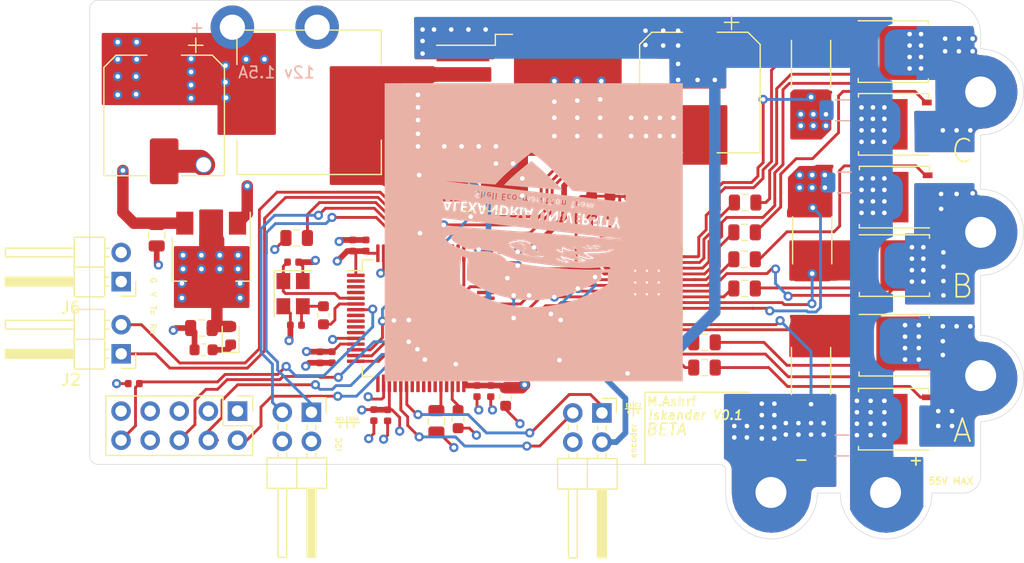
<source format=kicad_pcb>
(kicad_pcb (version 20171130) (host pcbnew "(5.1.6)-1")
  (layers (0 F.Cu signal) (1 GND power) (2 PWR power) (31 B.Cu signal) (34 B.Paste user) (35 F.Paste user) (36 B.SilkS user) (37 F.SilkS user) (38 B.Mask user) (39 F.Mask user) (44 Edge.Cuts user))
  (net 0 "")
  (net 1 SHA)
  (net 2 GHA)
  (net 3 SPA)
  (net 4 GLA)
  (net 5 CAL)
  (net 6 "Net-(U3-Pad26)")
  (net 7 GND)
  (net 8 +3V3)
  (net 9 +48V)
  (net 10 CPL)
  (net 11 CPH)
  (net 12 "Net-(U3-Pad40)")
  (net 13 "Net-(U3-Pad33)")
  (net 14 "Net-(U3-Pad27)")
  (net 15 SHB)
  (net 16 SPB)
  (net 17 GHB)
  (net 18 GLB)
  (net 19 SHC)
  (net 20 SPC)
  (net 21 GHC)
  (net 22 GLC)
  (net 23 "Net-(Q1-Pad4)")
  (net 24 "Net-(Q2-Pad4)")
  (net 25 "Net-(Q3-Pad4)")
  (net 26 "Net-(Q4-Pad4)")
  (net 27 "Net-(Q5-Pad4)")
  (net 28 "Net-(Q6-Pad4)")
  (net 29 "Net-(C17-Pad2)")
  (net 30 "Net-(C19-Pad1)")
  (net 31 HSE_IN)
  (net 32 "Net-(C21-Pad1)")
  (net 33 "Net-(D1-Pad1)")
  (net 34 "Net-(D2-Pad1)")
  (net 35 USART1_TX)
  (net 36 USART1_RX)
  (net 37 NRST)
  (net 38 "Net-(J5-Pad8)")
  (net 39 "Net-(J5-Pad7)")
  (net 40 SWO)
  (net 41 SWCLK)
  (net 42 SWDIO)
  (net 43 BOOT0)
  (net 44 BOOT1)
  (net 45 "Net-(R4-Pad2)")
  (net 46 HSE_OUT)
  (net 47 "Net-(U2-Pad40)")
  (net 48 "Net-(U2-Pad32)")
  (net 49 "Net-(U3-Pad57)")
  (net 50 "Net-(U3-Pad56)")
  (net 51 "Net-(U3-Pad54)")
  (net 52 "Net-(U3-Pad53)")
  (net 53 "Net-(U3-Pad52)")
  (net 54 "Net-(U3-Pad51)")
  (net 55 "Net-(U3-Pad50)")
  (net 56 "Net-(U3-Pad45)")
  (net 57 "Net-(U3-Pad44)")
  (net 58 TIM1_CH3)
  (net 59 TIM1_CH2)
  (net 60 TIM1_CH1)
  (net 61 "Net-(U3-Pad39)")
  (net 62 "Net-(U3-Pad38)")
  (net 63 "Net-(U3-Pad37)")
  (net 64 TIM1_CH3N)
  (net 65 TIM1_CH2N)
  (net 66 TIM1_CH1N)
  (net 67 "Net-(U3-Pad25)")
  (net 68 "Net-(U3-Pad24)")
  (net 69 "Net-(U3-Pad23)")
  (net 70 "Net-(U3-Pad20)")
  (net 71 "Net-(U3-Pad17)")
  (net 72 SOC)
  (net 73 SOB)
  (net 74 SOA)
  (net 75 SC)
  (net 76 SPI2_MISO)
  (net 77 SPI2_MOSI)
  (net 78 "Net-(U3-Pad8)")
  (net 79 "Net-(U3-Pad4)")
  (net 80 "Net-(U3-Pad3)")
  (net 81 "Net-(U3-Pad2)")
  (net 82 "Net-(U2-Pad30)")
  (net 83 +12V)
  (net 84 DVDD)
  (net 85 "Net-(R15-Pad1)")
  (net 86 "Net-(R16-Pad1)")
  (net 87 "Net-(R17-Pad1)")
  (net 88 encoder_1)
  (net 89 encoder_2)
  (net 90 i2c1_SDA)
  (net 91 "Net-(U3-Pad29)")
  (net 92 i2c1_SCL)
  (module TestPoint:logo (layer B.Cu) (at 120 62.5)
    (fp_text reference G*** hide)
    (fp_text value LOGO hide)
  )
  (module Capacitor_SMD:C_1206_3216Metric (layer B.Cu) (at 146.95 51.85 180)
    (fp_text reference C26)
    (fp_text value "1u 100v")
    (pad 2 smd roundrect (at 1.4 0 180) (size 1.25 1.75) (layers B.Cu B.Paste B.Mask) (roundrect_rratio 0.2) (net 7 GND))
    (pad 1 smd roundrect (at -1.4 0 180) (size 1.25 1.75) (layers B.Cu B.Paste B.Mask) (roundrect_rratio 0.2) (net 9 +48V))
  )
  (module Capacitor_SMD:C_1206_3216Metric (layer B.Cu) (at 146.9 81.1 180)
    (fp_text reference C25)
    (fp_text value "1u 100v")
    (pad 2 smd roundrect (at 1.4 0 180) (size 1.25 1.75) (layers B.Cu B.Paste B.Mask) (roundrect_rratio 0.2) (net 7 GND))
    (pad 1 smd roundrect (at -1.4 0 180) (size 1.25 1.75) (layers B.Cu B.Paste B.Mask) (roundrect_rratio 0.2) (net 9 +48V))
  )
  (module Capacitor_SMD:C_1206_3216Metric (layer B.Cu) (at 147.1 58.15 180)
    (fp_text reference C24)
    (fp_text value "1u 100v")
    (pad 2 smd roundrect (at 1.4 0 180) (size 1.25 1.75) (layers B.Cu B.Paste B.Mask) (roundrect_rratio 0.2) (net 7 GND))
    (pad 1 smd roundrect (at -1.4 0 180) (size 1.25 1.75) (layers B.Cu B.Paste B.Mask) (roundrect_rratio 0.2) (net 9 +48V))
  )
  (module Package_TO_SOT_SMD:TDSON-8-1 (layer F.Cu) (at 151.375 46.725)
    (fp_text reference Q6)
    (fp_text value CSD19534Q5A)
    (pad 5 smd rect (at 1.05 0) (size 4.55 4.41) (layers F.Cu) (net 19 SHC))
    (pad 4 smd rect (at -2.9 1.905) (size 0.85 0.5) (layers F.Cu F.Paste F.Mask) (net 28 "Net-(Q6-Pad4)"))
    (pad 3 smd rect (at -2.9 0.635) (size 0.85 0.5) (layers F.Cu F.Paste F.Mask) (net 20 SPC))
    (pad 2 smd rect (at -2.9 -0.635) (size 0.85 0.5) (layers F.Cu F.Paste F.Mask) (net 20 SPC))
    (pad 1 smd rect (at -2.9 -1.905) (size 0.85 0.5) (layers F.Cu F.Paste F.Mask) (net 20 SPC))
  )
  (module Package_TO_SOT_SMD:TDSON-8-1 (layer F.Cu) (at 151.475 65.4)
    (fp_text reference Q5)
    (fp_text value CSD19534Q5A)
    (pad 5 smd rect (at 1.05 0) (size 4.55 4.41) (layers F.Cu) (net 15 SHB))
    (pad 4 smd rect (at -2.9 1.905) (size 0.85 0.5) (layers F.Cu F.Paste F.Mask) (net 27 "Net-(Q5-Pad4)"))
    (pad 3 smd rect (at -2.9 0.635) (size 0.85 0.5) (layers F.Cu F.Paste F.Mask) (net 16 SPB))
    (pad 2 smd rect (at -2.9 -0.635) (size 0.85 0.5) (layers F.Cu F.Paste F.Mask) (net 16 SPB))
    (pad 1 smd rect (at -2.9 -1.905) (size 0.85 0.5) (layers F.Cu F.Paste F.Mask) (net 16 SPB))
  )
  (module Package_TO_SOT_SMD:TDSON-8-1 (layer F.Cu) (at 151.45 72.35)
    (fp_text reference Q4)
    (fp_text value CSD19534Q5A)
    (pad 5 smd rect (at 1.05 0) (size 4.55 4.41) (layers F.Cu) (net 1 SHA))
    (pad 4 smd rect (at -2.9 1.905) (size 0.85 0.5) (layers F.Cu F.Paste F.Mask) (net 26 "Net-(Q4-Pad4)"))
    (pad 3 smd rect (at -2.9 0.635) (size 0.85 0.5) (layers F.Cu F.Paste F.Mask) (net 3 SPA))
    (pad 2 smd rect (at -2.9 -0.635) (size 0.85 0.5) (layers F.Cu F.Paste F.Mask) (net 3 SPA))
    (pad 1 smd rect (at -2.9 -1.905) (size 0.85 0.5) (layers F.Cu F.Paste F.Mask) (net 3 SPA))
  )
  (module Package_TO_SOT_SMD:TDSON-8-1 (layer F.Cu) (at 151.4 53.075 180)
    (fp_text reference Q3)
    (fp_text value CSD19534Q5A)
    (pad 5 smd rect (at 1.05 0 180) (size 4.55 4.41) (layers F.Cu) (net 9 +48V))
    (pad 4 smd rect (at -2.9 1.905 180) (size 0.85 0.5) (layers F.Cu F.Paste F.Mask) (net 25 "Net-(Q3-Pad4)"))
    (pad 3 smd rect (at -2.9 0.635 180) (size 0.85 0.5) (layers F.Cu F.Paste F.Mask) (net 19 SHC))
    (pad 2 smd rect (at -2.9 -0.635 180) (size 0.85 0.5) (layers F.Cu F.Paste F.Mask) (net 19 SHC))
    (pad 1 smd rect (at -2.9 -1.905 180) (size 0.85 0.5) (layers F.Cu F.Paste F.Mask) (net 19 SHC))
  )
  (module Package_TO_SOT_SMD:TDSON-8-1 (layer F.Cu) (at 151.475 59.425 180)
    (fp_text reference Q2)
    (fp_text value CSD19534Q5A)
    (pad 5 smd rect (at 1.05 0 180) (size 4.55 4.41) (layers F.Cu) (net 9 +48V))
    (pad 4 smd rect (at -2.9 1.905 180) (size 0.85 0.5) (layers F.Cu F.Paste F.Mask) (net 24 "Net-(Q2-Pad4)"))
    (pad 3 smd rect (at -2.9 0.635 180) (size 0.85 0.5) (layers F.Cu F.Paste F.Mask) (net 15 SHB))
    (pad 2 smd rect (at -2.9 -0.635 180) (size 0.85 0.5) (layers F.Cu F.Paste F.Mask) (net 15 SHB))
    (pad 1 smd rect (at -2.9 -1.905 180) (size 0.85 0.5) (layers F.Cu F.Paste F.Mask) (net 15 SHB))
  )
  (module Package_TO_SOT_SMD:TDSON-8-1 (layer F.Cu) (at 151.4 78.8 180)
    (fp_text reference Q1)
    (fp_text value CSD19534Q5A)
    (pad 5 smd rect (at 1.05 0 180) (size 4.55 4.41) (layers F.Cu) (net 9 +48V))
    (pad 4 smd rect (at -2.9 1.905 180) (size 0.85 0.5) (layers F.Cu F.Paste F.Mask) (net 23 "Net-(Q1-Pad4)"))
    (pad 3 smd rect (at -2.9 0.635 180) (size 0.85 0.5) (layers F.Cu F.Paste F.Mask) (net 1 SHA))
    (pad 2 smd rect (at -2.9 -0.635 180) (size 0.85 0.5) (layers F.Cu F.Paste F.Mask) (net 1 SHA))
    (pad 1 smd rect (at -2.9 -1.905 180) (size 0.85 0.5) (layers F.Cu F.Paste F.Mask) (net 1 SHA))
  )
  (module Connector_PinHeader_2.54mm:PinHeader_1x02_P2.54mm_Horizontal (layer F.Cu) (at 84 66.8 180)
    (fp_text reference J6 (at 4.385 -2.27) (layer F.SilkS))
    (fp_text value Conn_01x02)
    (pad 2 thru_hole oval (at 0 2.54 180) (size 1.7 1.7) (drill 1) (layers *.Cu *.Mask) (net 7 GND))
    (pad 1 thru_hole rect (at 0 0 180) (size 1.7 1.7) (drill 1) (layers *.Cu *.Mask) (net 8 +3V3))
  )
  (module Connector_PinHeader_2.54mm:PinHeader_1x02_P2.54mm_Horizontal (layer F.Cu) (at 84 73.1 180)
    (fp_text reference J2 (at 4.385 -2.27) (layer F.SilkS))
    (fp_text value Conn_01x02)
    (pad 2 thru_hole oval (at 0 2.54 180) (size 1.7 1.7) (drill 1) (layers *.Cu *.Mask) (net 35 USART1_TX))
    (pad 1 thru_hole rect (at 0 0 180) (size 1.7 1.7) (drill 1) (layers *.Cu *.Mask) (net 36 USART1_RX))
  )
  (module Connector_PinHeader_2.54mm:PinHeader_2x05_P2.54mm_Vertical (layer F.Cu) (at 94.15 78.1 270)
    (fp_text reference J5)
    (fp_text value Conn_02x05_Odd_Even hide)
    (pad 10 thru_hole oval (at 2.54 10.16 270) (size 1.7 1.7) (drill 1) (layers *.Cu *.Mask) (net 37 NRST))
    (pad 9 thru_hole oval (at 0 10.16 270) (size 1.7 1.7) (drill 1) (layers *.Cu *.Mask) (net 7 GND))
    (pad 8 thru_hole oval (at 2.54 7.62 270) (size 1.7 1.7) (drill 1) (layers *.Cu *.Mask) (net 38 "Net-(J5-Pad8)"))
    (pad 7 thru_hole oval (at 0 7.62 270) (size 1.7 1.7) (drill 1) (layers *.Cu *.Mask) (net 39 "Net-(J5-Pad7)"))
    (pad 6 thru_hole oval (at 2.54 5.08 270) (size 1.7 1.7) (drill 1) (layers *.Cu *.Mask) (net 40 SWO))
    (pad 5 thru_hole oval (at 0 5.08 270) (size 1.7 1.7) (drill 1) (layers *.Cu *.Mask) (net 7 GND))
    (pad 4 thru_hole oval (at 2.54 2.54 270) (size 1.7 1.7) (drill 1) (layers *.Cu *.Mask) (net 41 SWCLK))
    (pad 3 thru_hole oval (at 0 2.54 270) (size 1.7 1.7) (drill 1) (layers *.Cu *.Mask) (net 7 GND))
    (pad 2 thru_hole oval (at 2.54 0 270) (size 1.7 1.7) (drill 1) (layers *.Cu *.Mask) (net 42 SWDIO))
    (pad 1 thru_hole rect (at 0 0 270) (size 1.7 1.7) (drill 1) (layers *.Cu *.Mask) (net 8 +3V3))
  )
  (module Connector_PinHeader_2.54mm:PinHeader_2x02_P2.54mm_Horizontal (layer F.Cu) (at 100.6 78.2 270)
    (fp_text reference J3)
    (fp_text value I2C)
    (pad 4 thru_hole oval (at 2.54 2.54 270) (size 1.7 1.7) (drill 1) (layers *.Cu *.Mask) (net 7 GND))
    (pad 3 thru_hole oval (at 0 2.54 270) (size 1.7 1.7) (drill 1) (layers *.Cu *.Mask) (net 92 i2c1_SCL))
    (pad 2 thru_hole oval (at 2.54 0 270) (size 1.7 1.7) (drill 1) (layers *.Cu *.Mask) (net 8 +3V3))
    (pad 1 thru_hole rect (at 0 0 270) (size 1.7 1.7) (drill 1) (layers *.Cu *.Mask) (net 90 i2c1_SDA))
  )
  (module Connector_PinHeader_2.54mm:PinHeader_2x02_P2.54mm_Horizontal (layer F.Cu) (at 125.95 78.26 270)
    (fp_text reference J1)
    (fp_text value encoder)
    (pad 4 thru_hole oval (at 2.54 2.54 270) (size 1.7 1.7) (drill 1) (layers *.Cu *.Mask) (net 7 GND))
    (pad 3 thru_hole oval (at 0 2.54 270) (size 1.7 1.7) (drill 1) (layers *.Cu *.Mask) (net 88 encoder_1))
    (pad 2 thru_hole oval (at 2.54 0 270) (size 1.7 1.7) (drill 1) (layers *.Cu *.Mask) (net 83 +12V))
    (pad 1 thru_hole rect (at 0 0 270) (size 1.7 1.7) (drill 1) (layers *.Cu *.Mask) (net 89 encoder_2))
  )
  (module MountingHole:MountingHole_2.2mm_M2_DIN965_Pad (layer B.Cu) (at 101.1 44.6)
    (fp_text reference H7)
    (fp_text value 12vgnd)
    (pad 1 thru_hole circle (at 0 0) (size 3.8 3.8) (drill 2.2) (layers *.Cu *.Mask) (net 7 GND))
  )
  (module MountingHole:MountingHole_2.2mm_M2_DIN965_Pad (layer B.Cu) (at 93.7 44.6)
    (fp_text reference H6)
    (fp_text value 12v)
    (pad 1 thru_hole circle (at 0 0) (size 3.8 3.8) (drill 2.2) (layers *.Cu *.Mask) (net 83 +12V))
  )
  (module MountingHole:MountingHole_2.7mm_Pad (layer F.Cu) (at 159 50.25)
    (fp_text reference H5)
    (fp_text value C)
    (pad 1 thru_hole circle (at 0 0) (size 5.4 5.4) (drill 2.7) (layers *.Cu *.Mask) (net 19 SHC))
  )
  (module MountingHole:MountingHole_2.7mm_Pad (layer F.Cu) (at 159 62.5)
    (fp_text reference H4)
    (fp_text value B)
    (pad 1 thru_hole circle (at 0 0) (size 5.4 5.4) (drill 2.7) (layers *.Cu *.Mask) (net 15 SHB))
  )
  (module MountingHole:MountingHole_2.7mm_Pad (layer F.Cu) (at 159 75)
    (fp_text reference H3)
    (fp_text value A)
    (pad 1 thru_hole circle (at 0 0) (size 5.4 5.4) (drill 2.7) (layers *.Cu *.Mask) (net 1 SHA))
  )
  (module MountingHole:MountingHole_2.7mm_Pad (layer F.Cu) (at 140.7 85.2)
    (fp_text reference H2)
    (fp_text value 48vgnd)
    (pad 1 thru_hole circle (at 0 0) (size 5.4 5.4) (drill 2.7) (layers *.Cu *.Mask) (net 7 GND))
  )
  (module MountingHole:MountingHole_2.7mm_Pad (layer F.Cu) (at 150.7 85.2)
    (fp_text reference H1)
    (fp_text value 48v)
    (pad 1 thru_hole circle (at 0 0) (size 5.4 5.4) (drill 2.7) (layers *.Cu *.Mask) (net 9 +48V))
  )
  (module Resistor_SMD:R_0805_2012Metric (layer F.Cu) (at 134.9 72.1)
    (fp_text reference R9)
    (fp_text value 5)
    (pad 2 smd roundrect (at 0.9375 0) (size 0.975 1.4) (layers F.Cu F.Paste F.Mask) (net 26 "Net-(Q4-Pad4)"))
    (pad 1 smd roundrect (at -0.9375 0) (size 0.975 1.4) (layers F.Cu F.Paste F.Mask) (net 4 GLA))
  )
  (module Package_DFN_QFN:QFN-40-1EP_6x6mm_P0.5mm_EP4.6x4.6mm_ThermalVias (layer F.Cu) (at 129.88 66.879216 90)
    (fp_text reference U2)
    (fp_text value DRV8323H)
    (pad 41 smd rect (at 0 0 90) (size 4.15 4.15) (layers B.Cu) (net 7 GND))
    (pad 41 thru_hole circle (at 1.025 1.025 90) (size 0.5 0.5) (drill 0.2) (layers *.Cu) (net 7 GND))
    (pad 41 thru_hole circle (at 0 1.025 90) (size 0.5 0.5) (drill 0.2) (layers *.Cu) (net 7 GND))
    (pad 41 thru_hole circle (at -1.025 1.025 90) (size 0.5 0.5) (drill 0.2) (layers *.Cu) (net 7 GND))
    (pad 41 thru_hole circle (at 1.025 0 90) (size 0.5 0.5) (drill 0.2) (layers *.Cu) (net 7 GND))
    (pad 41 thru_hole circle (at 0 0 90) (size 0.5 0.5) (drill 0.2) (layers *.Cu) (net 7 GND))
    (pad 41 thru_hole circle (at -1.025 0 90) (size 0.5 0.5) (drill 0.2) (layers *.Cu) (net 7 GND))
    (pad 41 thru_hole circle (at 1.025 -1.025 90) (size 0.5 0.5) (drill 0.2) (layers *.Cu) (net 7 GND))
    (pad 41 thru_hole circle (at 0 -1.025 90) (size 0.5 0.5) (drill 0.2) (layers *.Cu) (net 7 GND))
    (pad 41 thru_hole circle (at -1.025 -1.025 90) (size 0.5 0.5) (drill 0.2) (layers *.Cu) (net 7 GND))
    (pad 41 smd rect (at 0 0 90) (size 4.15 4.15) (layers F.Cu F.Mask) (net 7 GND))
    (pad 40 smd roundrect (at -2.25 -2.9375 90) (size 0.25 0.825) (layers F.Cu F.Paste F.Mask) (net 47 "Net-(U2-Pad40)"))
    (pad 39 smd roundrect (at -1.75 -2.9375 90) (size 0.25 0.825) (layers F.Cu F.Paste F.Mask) (net 64 TIM1_CH3N))
    (pad 38 smd roundrect (at -1.25 -2.9375 90) (size 0.25 0.825) (layers F.Cu F.Paste F.Mask) (net 58 TIM1_CH3))
    (pad 37 smd roundrect (at -0.75 -2.9375 90) (size 0.25 0.825) (layers F.Cu F.Paste F.Mask) (net 65 TIM1_CH2N))
    (pad 36 smd roundrect (at -0.25 -2.9375 90) (size 0.25 0.825) (layers F.Cu F.Paste F.Mask) (net 59 TIM1_CH2))
    (pad 35 smd roundrect (at 0.25 -2.9375 90) (size 0.25 0.825) (layers F.Cu F.Paste F.Mask) (net 66 TIM1_CH1N))
    (pad 34 smd roundrect (at 0.75 -2.9375 90) (size 0.25 0.825) (layers F.Cu F.Paste F.Mask) (net 60 TIM1_CH1))
    (pad 33 smd roundrect (at 1.25 -2.9375 90) (size 0.25 0.825) (layers F.Cu F.Paste F.Mask) (net 84 DVDD))
    (pad 32 smd roundrect (at 1.75 -2.9375 90) (size 0.25 0.825) (layers F.Cu F.Paste F.Mask) (net 48 "Net-(U2-Pad32)"))
    (pad 31 smd roundrect (at 2.25 -2.9375 90) (size 0.25 0.825) (layers F.Cu F.Paste F.Mask) (net 5 CAL))
    (pad 30 smd roundrect (at 2.9375 -2.25 90) (size 0.825 0.25) (layers F.Cu F.Paste F.Mask) (net 82 "Net-(U2-Pad30)"))
    (pad 29 smd roundrect (at 2.9375 -1.75 90) (size 0.825 0.25) (layers F.Cu F.Paste F.Mask) (net 87 "Net-(R17-Pad1)"))
    (pad 28 smd roundrect (at 2.9375 -1.25 90) (size 0.825 0.25) (layers F.Cu F.Paste F.Mask) (net 86 "Net-(R16-Pad1)"))
    (pad 27 smd roundrect (at 2.9375 -0.75 90) (size 0.825 0.25) (layers F.Cu F.Paste F.Mask) (net 84 DVDD))
    (pad 26 smd roundrect (at 2.9375 -0.25 90) (size 0.825 0.25) (layers F.Cu F.Paste F.Mask) (net 85 "Net-(R15-Pad1)"))
    (pad 25 smd roundrect (at 2.9375 0.25 90) (size 0.825 0.25) (layers F.Cu F.Paste F.Mask) (net 45 "Net-(R4-Pad2)"))
    (pad 24 smd roundrect (at 2.9375 0.75 90) (size 0.825 0.25) (layers F.Cu F.Paste F.Mask) (net 8 +3V3))
    (pad 23 smd roundrect (at 2.9375 1.25 90) (size 0.825 0.25) (layers F.Cu F.Paste F.Mask) (net 74 SOA))
    (pad 22 smd roundrect (at 2.9375 1.75 90) (size 0.825 0.25) (layers F.Cu F.Paste F.Mask) (net 73 SOB))
    (pad 21 smd roundrect (at 2.9375 2.25 90) (size 0.825 0.25) (layers F.Cu F.Paste F.Mask) (net 72 SOC))
    (pad 20 smd roundrect (at 2.25 2.9375 90) (size 0.25 0.825) (layers F.Cu F.Paste F.Mask) (net 7 GND))
    (pad 19 smd roundrect (at 1.75 2.9375 90) (size 0.25 0.825) (layers F.Cu F.Paste F.Mask) (net 20 SPC))
    (pad 18 smd roundrect (at 1.25 2.9375 90) (size 0.25 0.825) (layers F.Cu F.Paste F.Mask) (net 22 GLC))
    (pad 17 smd roundrect (at 0.75 2.9375 90) (size 0.25 0.825) (layers F.Cu F.Paste F.Mask) (net 19 SHC))
    (pad 16 smd roundrect (at 0.25 2.9375 90) (size 0.25 0.825) (layers F.Cu F.Paste F.Mask) (net 21 GHC))
    (pad 15 smd roundrect (at -0.25 2.9375 90) (size 0.25 0.825) (layers F.Cu F.Paste F.Mask) (net 17 GHB))
    (pad 14 smd roundrect (at -0.75 2.9375 90) (size 0.25 0.825) (layers F.Cu F.Paste F.Mask) (net 15 SHB))
    (pad 13 smd roundrect (at -1.25 2.9375 90) (size 0.25 0.825) (layers F.Cu F.Paste F.Mask) (net 18 GLB))
    (pad 12 smd roundrect (at -1.75 2.9375 90) (size 0.25 0.825) (layers F.Cu F.Paste F.Mask) (net 16 SPB))
    (pad 11 smd roundrect (at -2.25 2.9375 90) (size 0.25 0.825) (layers F.Cu F.Paste F.Mask) (net 7 GND))
    (pad 10 smd roundrect (at -2.9375 2.25 90) (size 0.825 0.25) (layers F.Cu F.Paste F.Mask) (net 7 GND))
    (pad 9 smd roundrect (at -2.9375 1.75 90) (size 0.825 0.25) (layers F.Cu F.Paste F.Mask) (net 3 SPA))
    (pad 8 smd roundrect (at -2.9375 1.25 90) (size 0.825 0.25) (layers F.Cu F.Paste F.Mask) (net 4 GLA))
    (pad 7 smd roundrect (at -2.9375 0.75 90) (size 0.825 0.25) (layers F.Cu F.Paste F.Mask) (net 1 SHA))
    (pad 6 smd roundrect (at -2.9375 0.25 90) (size 0.825 0.25) (layers F.Cu F.Paste F.Mask) (net 2 GHA))
    (pad 5 smd roundrect (at -2.9375 -0.25 90) (size 0.825 0.25) (layers F.Cu F.Paste F.Mask) (net 9 +48V))
    (pad 4 smd roundrect (at -2.9375 -0.75 90) (size 0.825 0.25) (layers F.Cu F.Paste F.Mask) (net 9 +48V))
    (pad 3 smd roundrect (at -2.9375 -1.25 90) (size 0.825 0.25) (layers F.Cu F.Paste F.Mask) (net 29 "Net-(C17-Pad2)"))
    (pad 2 smd roundrect (at -2.9375 -1.75 90) (size 0.825 0.25) (layers F.Cu F.Paste F.Mask) (net 11 CPH))
    (pad 1 smd roundrect (at -2.9375 -2.25 90) (size 0.825 0.25) (layers F.Cu F.Paste F.Mask) (net 10 CPL))
  )
  (module Capacitor_SMD:C_0402_1005Metric (layer F.Cu) (at 85.1 75.7 180)
    (fp_text reference C23)
    (fp_text value 100nf)
    (pad 2 smd roundrect (at 0.485 0 180) (size 0.59 0.64) (layers F.Cu F.Paste F.Mask) (net 7 GND))
    (pad 1 smd roundrect (at -0.485 0 180) (size 0.59 0.64) (layers F.Cu F.Paste F.Mask) (net 37 NRST))
  )
  (module Capacitor_SMD:C_0402_1005Metric (layer F.Cu) (at 101.35 73.41 270)
    (fp_text reference C22)
    (fp_text value 100nf)
    (pad 2 smd roundrect (at 0.485 0 270) (size 0.59 0.64) (layers F.Cu F.Paste F.Mask) (net 7 GND))
    (pad 1 smd roundrect (at -0.485 0 270) (size 0.59 0.64) (layers F.Cu F.Paste F.Mask) (net 8 +3V3))
  )
  (module Resistor_SMD:R_0603_1608Metric (layer F.Cu) (at 125.05 60.15 90)
    (fp_text reference R17)
    (fp_text value 1M)
    (pad 2 smd roundrect (at 0.7875 0 90) (size 0.875 0.95) (layers F.Cu F.Paste F.Mask) (net 84 DVDD))
    (pad 1 smd roundrect (at -0.7875 0 90) (size 0.875 0.95) (layers F.Cu F.Paste F.Mask) (net 87 "Net-(R17-Pad1)"))
  )
  (module Resistor_SMD:R_0603_1608Metric (layer F.Cu) (at 126.65 60.15 90)
    (fp_text reference R16)
    (fp_text value 1M)
    (pad 2 smd roundrect (at 0.7875 0 90) (size 0.875 0.95) (layers F.Cu F.Paste F.Mask) (net 84 DVDD))
    (pad 1 smd roundrect (at -0.7875 0 90) (size 0.875 0.95) (layers F.Cu F.Paste F.Mask) (net 86 "Net-(R16-Pad1)"))
  )
  (module Resistor_SMD:R_0603_1608Metric (layer F.Cu) (at 128.4 60.15 90)
    (fp_text reference R15)
    (fp_text value 18k)
    (pad 2 smd roundrect (at 0.7875 0 90) (size 0.875 0.95) (layers F.Cu F.Paste F.Mask) (net 84 DVDD))
    (pad 1 smd roundrect (at -0.7875 0 90) (size 0.875 0.95) (layers F.Cu F.Paste F.Mask) (net 85 "Net-(R15-Pad1)"))
  )
  (module Package_TO_SOT_SMD:TO-263-5_TabPin3 (layer F.Cu) (at 119.6 50.425)
    (fp_text reference U4)
    (fp_text value LM2576HVS-12)
    (pad 3 smd rect (at 3.375 0) (size 9.4 10.8) (layers F.Cu F.Mask) (net 7 GND))
    (pad 5 smd rect (at -5.775 3.4) (size 4.6 1.1) (layers F.Cu F.Paste F.Mask) (net 7 GND))
    (pad 4 smd rect (at -5.775 1.7) (size 4.6 1.1) (layers F.Cu F.Paste F.Mask) (net 83 +12V))
    (pad 3 smd rect (at -5.775 0) (size 4.6 1.1) (layers F.Cu F.Paste F.Mask) (net 7 GND))
    (pad 2 smd rect (at -5.775 -1.7) (size 4.6 1.1) (layers F.Cu F.Paste F.Mask) (net 33 "Net-(D1-Pad1)"))
    (pad 1 smd rect (at -5.775 -3.4) (size 4.6 1.1) (layers F.Cu F.Paste F.Mask) (net 9 +48V))
  )
  (module Package_TO_SOT_SMD:SOT-223-3_TabPin2 (layer F.Cu) (at 91.85 64.85 270)
    (fp_text reference U1)
    (fp_text value AMS1117-3.3)
    (pad 1 smd rect (at -3.15 -2.3 270) (size 2 1.5) (layers F.Cu F.Paste F.Mask) (net 7 GND))
    (pad 3 smd rect (at -3.15 2.3 270) (size 2 1.5) (layers F.Cu F.Paste F.Mask) (net 83 +12V))
    (pad 2 smd rect (at -3.15 0 270) (size 2 1.5) (layers F.Cu F.Paste F.Mask) (net 8 +3V3))
    (pad 2 smd rect (at 3.15 0 270) (size 2 3.8) (layers F.Cu F.Paste F.Mask) (net 8 +3V3))
  )
  (module Capacitor_SMD:C_0603_1608Metric (layer F.Cu) (at 124.114 74.0235 90)
    (fp_text reference C16)
    (fp_text value 100n)
    (pad 2 smd roundrect (at 0.7875 0 90) (size 0.875 0.95) (layers F.Cu F.Paste F.Mask) (net 7 GND))
    (pad 1 smd roundrect (at -0.7875 0 90) (size 0.875 0.95) (layers F.Cu F.Paste F.Mask) (net 9 +48V))
  )
  (module Resistor_SMD:R_0603_1608Metric (layer F.Cu) (at 101.65 69.7375 90)
    (fp_text reference R5)
    (fp_text value 220)
    (pad 2 smd roundrect (at 0.7875 0 90) (size 0.875 0.95) (layers F.Cu F.Paste F.Mask) (net 32 "Net-(C21-Pad1)"))
    (pad 1 smd roundrect (at -0.7875 0 90) (size 0.875 0.95) (layers F.Cu F.Paste F.Mask) (net 46 HSE_OUT))
  )
  (module Inductor_SMD:L_12x12mm_H4.5mm (layer F.Cu) (at 100.4 51.15 180)
    (fp_text reference L1)
    (fp_text value SWRB120)
    (pad 2 smd rect (at 4.95 0 180) (size 2.9 5.4) (layers F.Cu F.Paste F.Mask) (net 83 +12V))
    (pad 1 smd rect (at -4.95 0 180) (size 2.9 5.4) (layers F.Cu F.Paste F.Mask) (net 33 "Net-(D1-Pad1)"))
  )
  (module Diode_SMD:D_SMB (layer F.Cu) (at 114.91 58.5)
    (fp_text reference D1)
    (fp_text value FR2M)
    (pad 2 smd rect (at 2.15 0) (size 2.5 2.3) (layers F.Cu F.Paste F.Mask) (net 7 GND))
    (pad 1 smd rect (at -2.15 0) (size 2.5 2.3) (layers F.Cu F.Paste F.Mask) (net 33 "Net-(D1-Pad1)"))
  )
  (module Capacitor_SMD:CP_Elec_10x10 (layer F.Cu) (at 87.75 52.3 270)
    (fp_text reference C14)
    (fp_text value "1000u 25v")
    (pad 2 smd roundrect (at 4 0 270) (size 4 2.5) (layers F.Cu F.Paste F.Mask) (roundrect_rratio 0.1) (net 7 GND))
    (pad 1 smd roundrect (at -4 0 270) (size 4 2.5) (layers F.Cu F.Paste F.Mask) (roundrect_rratio 0.1) (net 83 +12V))
  )
  (module Capacitor_SMD:CP_Elec_10x10 (layer F.Cu) (at 134.5 50.3 270)
    (fp_text reference C13)
    (fp_text value "100u 100v")
    (pad 2 smd roundrect (at 4 0 270) (size 4 2.5) (layers F.Cu F.Paste F.Mask) (roundrect_rratio 0.1) (net 7 GND))
    (pad 1 smd roundrect (at -4 0 270) (size 4 2.5) (layers F.Cu F.Paste F.Mask) (roundrect_rratio 0.1) (net 9 +48V))
  )
  (module Package_QFP:LQFP-64_10x10mm_P0.5mm (layer F.Cu) (at 110.15 70)
    (fp_text reference U3)
    (fp_text value STM32F446RETx)
    (pad 64 smd roundrect (at -3.75 -5.675) (size 0.3 1.55) (layers F.Cu F.Paste F.Mask) (net 8 +3V3))
    (pad 63 smd roundrect (at -3.25 -5.675) (size 0.3 1.55) (layers F.Cu F.Paste F.Mask) (net 7 GND))
    (pad 62 smd roundrect (at -2.75 -5.675) (size 0.3 1.55) (layers F.Cu F.Paste F.Mask) (net 90 i2c1_SDA))
    (pad 61 smd roundrect (at -2.25 -5.675) (size 0.3 1.55) (layers F.Cu F.Paste F.Mask) (net 92 i2c1_SCL))
    (pad 60 smd roundrect (at -1.75 -5.675) (size 0.3 1.55) (layers F.Cu F.Paste F.Mask) (net 43 BOOT0))
    (pad 59 smd roundrect (at -1.25 -5.675) (size 0.3 1.55) (layers F.Cu F.Paste F.Mask) (net 36 USART1_RX))
    (pad 58 smd roundrect (at -0.75 -5.675) (size 0.3 1.55) (layers F.Cu F.Paste F.Mask) (net 35 USART1_TX))
    (pad 57 smd roundrect (at -0.25 -5.675) (size 0.3 1.55) (layers F.Cu F.Paste F.Mask) (net 49 "Net-(U3-Pad57)"))
    (pad 56 smd roundrect (at 0.25 -5.675) (size 0.3 1.55) (layers F.Cu F.Paste F.Mask) (net 50 "Net-(U3-Pad56)"))
    (pad 55 smd roundrect (at 0.75 -5.675) (size 0.3 1.55) (layers F.Cu F.Paste F.Mask) (net 40 SWO))
    (pad 54 smd roundrect (at 1.25 -5.675) (size 0.3 1.55) (layers F.Cu F.Paste F.Mask) (net 51 "Net-(U3-Pad54)"))
    (pad 53 smd roundrect (at 1.75 -5.675) (size 0.3 1.55) (layers F.Cu F.Paste F.Mask) (net 52 "Net-(U3-Pad53)"))
    (pad 52 smd roundrect (at 2.25 -5.675) (size 0.3 1.55) (layers F.Cu F.Paste F.Mask) (net 53 "Net-(U3-Pad52)"))
    (pad 51 smd roundrect (at 2.75 -5.675) (size 0.3 1.55) (layers F.Cu F.Paste F.Mask) (net 54 "Net-(U3-Pad51)"))
    (pad 50 smd roundrect (at 3.25 -5.675) (size 0.3 1.55) (layers F.Cu F.Paste F.Mask) (net 55 "Net-(U3-Pad50)"))
    (pad 49 smd roundrect (at 3.75 -5.675) (size 0.3 1.55) (layers F.Cu F.Paste F.Mask) (net 41 SWCLK))
    (pad 48 smd roundrect (at 5.675 -3.75) (size 1.55 0.3) (layers F.Cu F.Paste F.Mask) (net 8 +3V3))
    (pad 47 smd roundrect (at 5.675 -3.25) (size 1.55 0.3) (layers F.Cu F.Paste F.Mask) (net 7 GND))
    (pad 46 smd roundrect (at 5.675 -2.75) (size 1.55 0.3) (layers F.Cu F.Paste F.Mask) (net 42 SWDIO))
    (pad 45 smd roundrect (at 5.675 -2.25) (size 1.55 0.3) (layers F.Cu F.Paste F.Mask) (net 56 "Net-(U3-Pad45)"))
    (pad 44 smd roundrect (at 5.675 -1.75) (size 1.55 0.3) (layers F.Cu F.Paste F.Mask) (net 57 "Net-(U3-Pad44)"))
    (pad 43 smd roundrect (at 5.675 -1.25) (size 1.55 0.3) (layers F.Cu F.Paste F.Mask) (net 58 TIM1_CH3))
    (pad 42 smd roundrect (at 5.675 -0.75) (size 1.55 0.3) (layers F.Cu F.Paste F.Mask) (net 59 TIM1_CH2))
    (pad 41 smd roundrect (at 5.675 -0.25) (size 1.55 0.3) (layers F.Cu F.Paste F.Mask) (net 60 TIM1_CH1))
    (pad 40 smd roundrect (at 5.675 0.25) (size 1.55 0.3) (layers F.Cu F.Paste F.Mask) (net 12 "Net-(U3-Pad40)"))
    (pad 39 smd roundrect (at 5.675 0.75) (size 1.55 0.3) (layers F.Cu F.Paste F.Mask) (net 61 "Net-(U3-Pad39)"))
    (pad 38 smd roundrect (at 5.675 1.25) (size 1.55 0.3) (layers F.Cu F.Paste F.Mask) (net 62 "Net-(U3-Pad38)"))
    (pad 37 smd roundrect (at 5.675 1.75) (size 1.55 0.3) (layers F.Cu F.Paste F.Mask) (net 63 "Net-(U3-Pad37)"))
    (pad 36 smd roundrect (at 5.675 2.25) (size 1.55 0.3) (layers F.Cu F.Paste F.Mask) (net 64 TIM1_CH3N))
    (pad 35 smd roundrect (at 5.675 2.75) (size 1.55 0.3) (layers F.Cu F.Paste F.Mask) (net 65 TIM1_CH2N))
    (pad 34 smd roundrect (at 5.675 3.25) (size 1.55 0.3) (layers F.Cu F.Paste F.Mask) (net 66 TIM1_CH1N))
    (pad 33 smd roundrect (at 5.675 3.75) (size 1.55 0.3) (layers F.Cu F.Paste F.Mask) (net 13 "Net-(U3-Pad33)"))
    (pad 32 smd roundrect (at 3.75 5.675) (size 0.3 1.55) (layers F.Cu F.Paste F.Mask) (net 8 +3V3))
    (pad 31 smd roundrect (at 3.25 5.675) (size 0.3 1.55) (layers F.Cu F.Paste F.Mask) (net 7 GND))
    (pad 30 smd roundrect (at 2.75 5.675) (size 0.3 1.55) (layers F.Cu F.Paste F.Mask) (net 30 "Net-(C19-Pad1)"))
    (pad 29 smd roundrect (at 2.25 5.675) (size 0.3 1.55) (layers F.Cu F.Paste F.Mask) (net 91 "Net-(U3-Pad29)"))
    (pad 28 smd roundrect (at 1.75 5.675) (size 0.3 1.55) (layers F.Cu F.Paste F.Mask) (net 44 BOOT1))
    (pad 27 smd roundrect (at 1.25 5.675) (size 0.3 1.55) (layers F.Cu F.Paste F.Mask) (net 14 "Net-(U3-Pad27)"))
    (pad 26 smd roundrect (at 0.75 5.675) (size 0.3 1.55) (layers F.Cu F.Paste F.Mask) (net 6 "Net-(U3-Pad26)"))
    (pad 25 smd roundrect (at 0.25 5.675) (size 0.3 1.55) (layers F.Cu F.Paste F.Mask) (net 67 "Net-(U3-Pad25)"))
    (pad 24 smd roundrect (at -0.25 5.675) (size 0.3 1.55) (layers F.Cu F.Paste F.Mask) (net 68 "Net-(U3-Pad24)"))
    (pad 23 smd roundrect (at -0.75 5.675) (size 0.3 1.55) (layers F.Cu F.Paste F.Mask) (net 69 "Net-(U3-Pad23)"))
    (pad 22 smd roundrect (at -1.25 5.675) (size 0.3 1.55) (layers F.Cu F.Paste F.Mask) (net 89 encoder_2))
    (pad 21 smd roundrect (at -1.75 5.675) (size 0.3 1.55) (layers F.Cu F.Paste F.Mask) (net 88 encoder_1))
    (pad 20 smd roundrect (at -2.25 5.675) (size 0.3 1.55) (layers F.Cu F.Paste F.Mask) (net 70 "Net-(U3-Pad20)"))
    (pad 19 smd roundrect (at -2.75 5.675) (size 0.3 1.55) (layers F.Cu F.Paste F.Mask) (net 8 +3V3))
    (pad 18 smd roundrect (at -3.25 5.675) (size 0.3 1.55) (layers F.Cu F.Paste F.Mask) (net 7 GND))
    (pad 17 smd roundrect (at -3.75 5.675) (size 0.3 1.55) (layers F.Cu F.Paste F.Mask) (net 71 "Net-(U3-Pad17)"))
    (pad 16 smd roundrect (at -5.675 3.75) (size 1.55 0.3) (layers F.Cu F.Paste F.Mask) (net 72 SOC))
    (pad 15 smd roundrect (at -5.675 3.25) (size 1.55 0.3) (layers F.Cu F.Paste F.Mask) (net 73 SOB))
    (pad 14 smd roundrect (at -5.675 2.75) (size 1.55 0.3) (layers F.Cu F.Paste F.Mask) (net 74 SOA))
    (pad 13 smd roundrect (at -5.675 2.25) (size 1.55 0.3) (layers F.Cu F.Paste F.Mask) (net 8 +3V3))
    (pad 12 smd roundrect (at -5.675 1.75) (size 1.55 0.3) (layers F.Cu F.Paste F.Mask) (net 7 GND))
    (pad 11 smd roundrect (at -5.675 1.25) (size 1.55 0.3) (layers F.Cu F.Paste F.Mask) (net 75 SC))
    (pad 10 smd roundrect (at -5.675 0.75) (size 1.55 0.3) (layers F.Cu F.Paste F.Mask) (net 76 SPI2_MISO))
    (pad 9 smd roundrect (at -5.675 0.25) (size 1.55 0.3) (layers F.Cu F.Paste F.Mask) (net 77 SPI2_MOSI))
    (pad 8 smd roundrect (at -5.675 -0.25) (size 1.55 0.3) (layers F.Cu F.Paste F.Mask) (net 78 "Net-(U3-Pad8)"))
    (pad 7 smd roundrect (at -5.675 -0.75) (size 1.55 0.3) (layers F.Cu F.Paste F.Mask) (net 37 NRST))
    (pad 6 smd roundrect (at -5.675 -1.25) (size 1.55 0.3) (layers F.Cu F.Paste F.Mask) (net 46 HSE_OUT))
    (pad 5 smd roundrect (at -5.675 -1.75) (size 1.55 0.3) (layers F.Cu F.Paste F.Mask) (net 31 HSE_IN))
    (pad 4 smd roundrect (at -5.675 -2.25) (size 1.55 0.3) (layers F.Cu F.Paste F.Mask) (net 79 "Net-(U3-Pad4)"))
    (pad 3 smd roundrect (at -5.675 -2.75) (size 1.55 0.3) (layers F.Cu F.Paste F.Mask) (net 80 "Net-(U3-Pad3)"))
    (pad 2 smd roundrect (at -5.675 -3.25) (size 1.55 0.3) (layers F.Cu F.Paste F.Mask) (net 81 "Net-(U3-Pad2)"))
    (pad 1 smd roundrect (at -5.675 -3.75) (size 1.55 0.3) (layers F.Cu F.Paste F.Mask) (net 8 +3V3))
  )
  (module Resistor_SMD:R_0805_2012Metric (layer F.Cu) (at 111.506 78.994 270)
    (fp_text reference R3)
    (fp_text value 10k)
    (pad 2 smd roundrect (at 0.9375 0 270) (size 0.975 1.4) (layers F.Cu F.Paste F.Mask) (net 7 GND))
    (pad 1 smd roundrect (at -0.9375 0 270) (size 0.975 1.4) (layers F.Cu F.Paste F.Mask) (net 44 BOOT1))
  )
  (module Resistor_SMD:R_0805_2012Metric (layer F.Cu) (at 99.314 62.992 180)
    (fp_text reference R2)
    (fp_text value 10k)
    (pad 2 smd roundrect (at 0.9375 0 180) (size 0.975 1.4) (layers F.Cu F.Paste F.Mask) (net 7 GND))
    (pad 1 smd roundrect (at -0.9375 0 180) (size 0.975 1.4) (layers F.Cu F.Paste F.Mask) (net 43 BOOT0))
  )
  (module Resistor_SMD:R_0603_1608Metric (layer F.Cu) (at 91.19 72.75 180)
    (fp_text reference R1)
    (fp_text value 1k)
    (pad 2 smd roundrect (at 0.7875 0 180) (size 0.875 0.95) (layers F.Cu F.Paste F.Mask) (net 7 GND))
    (pad 1 smd roundrect (at -0.7875 0 180) (size 0.875 0.95) (layers F.Cu F.Paste F.Mask) (net 34 "Net-(D2-Pad1)"))
  )
  (module Crystal:Crystal_SMD_3225-4Pin_3.2x2.5mm (layer F.Cu) (at 99 67.85 270)
    (fp_text reference HSE1)
    (fp_text value 16MHz)
    (pad 4 smd rect (at -1.1 -0.85 270) (size 1.4 1.2) (layers F.Cu F.Paste F.Mask) (net 7 GND))
    (pad 3 smd rect (at 1.1 -0.85 270) (size 1.4 1.2) (layers F.Cu F.Paste F.Mask) (net 32 "Net-(C21-Pad1)"))
    (pad 2 smd rect (at 1.1 0.85 270) (size 1.4 1.2) (layers F.Cu F.Paste F.Mask) (net 7 GND))
    (pad 1 smd rect (at -1.1 0.85 270) (size 1.4 1.2) (layers F.Cu F.Paste F.Mask) (net 31 HSE_IN))
  )
  (module LED_SMD:LED_0603_1608Metric (layer F.Cu) (at 93.55 71.5 90)
    (fp_text reference D2)
    (fp_text value Red)
    (pad 2 smd roundrect (at 0.7875 0 90) (size 0.875 0.95) (layers F.Cu F.Paste F.Mask) (net 8 +3V3))
    (pad 1 smd roundrect (at -0.7875 0 90) (size 0.875 0.95) (layers F.Cu F.Paste F.Mask) (net 34 "Net-(D2-Pad1)"))
  )
  (module Capacitor_SMD:C_0402_1005Metric (layer F.Cu) (at 99.25 70.6 180)
    (fp_text reference C21)
    (fp_text value 12p)
    (pad 2 smd roundrect (at 0.485 0 180) (size 0.59 0.64) (layers F.Cu F.Paste F.Mask) (net 7 GND))
    (pad 1 smd roundrect (at -0.485 0 180) (size 0.59 0.64) (layers F.Cu F.Paste F.Mask) (net 32 "Net-(C21-Pad1)"))
  )
  (module Capacitor_SMD:C_0402_1005Metric (layer F.Cu) (at 99 65.1)
    (fp_text reference C20)
    (fp_text value 12p)
    (pad 2 smd roundrect (at 0.485 0) (size 0.59 0.64) (layers F.Cu F.Paste F.Mask) (net 7 GND))
    (pad 1 smd roundrect (at -0.485 0) (size 0.59 0.64) (layers F.Cu F.Paste F.Mask) (net 31 HSE_IN))
  )
  (module Capacitor_SMD:C_0603_1608Metric (layer F.Cu) (at 113.4 78.8 270)
    (fp_text reference C19)
    (fp_text value 2.2u)
    (pad 2 smd roundrect (at 0.7875 0 270) (size 0.875 0.95) (layers F.Cu F.Paste F.Mask) (net 7 GND))
    (pad 1 smd roundrect (at -0.7875 0 270) (size 0.875 0.95) (layers F.Cu F.Paste F.Mask) (net 30 "Net-(C19-Pad1)"))
  )
  (module Capacitor_SMD:C_0402_1005Metric (layer F.Cu) (at 107.25 78.465 270)
    (fp_text reference C12)
    (fp_text value 100nf)
    (pad 2 smd roundrect (at 0.485 0 270) (size 0.59 0.64) (layers F.Cu F.Paste F.Mask) (net 7 GND))
    (pad 1 smd roundrect (at -0.485 0 270) (size 0.59 0.64) (layers F.Cu F.Paste F.Mask) (net 8 +3V3))
  )
  (module Capacitor_SMD:C_0402_1005Metric (layer F.Cu) (at 106.05 78.45 270)
    (fp_text reference C11)
    (fp_text value 100nf)
    (pad 2 smd roundrect (at 0.485 0 270) (size 0.59 0.64) (layers F.Cu F.Paste F.Mask) (net 7 GND))
    (pad 1 smd roundrect (at -0.485 0 270) (size 0.59 0.64) (layers F.Cu F.Paste F.Mask) (net 8 +3V3))
  )
  (module Capacitor_SMD:C_0402_1005Metric (layer F.Cu) (at 115.05 76.35 270)
    (fp_text reference C10)
    (fp_text value 100nf)
    (pad 2 smd roundrect (at 0.485 0 270) (size 0.59 0.64) (layers F.Cu F.Paste F.Mask) (net 7 GND))
    (pad 1 smd roundrect (at -0.485 0 270) (size 0.59 0.64) (layers F.Cu F.Paste F.Mask) (net 8 +3V3))
  )
  (module Capacitor_SMD:C_0402_1005Metric (layer F.Cu) (at 116.25 76.35 270)
    (fp_text reference C9)
    (fp_text value 100nf)
    (pad 2 smd roundrect (at 0.485 0 270) (size 0.59 0.64) (layers F.Cu F.Paste F.Mask) (net 7 GND))
    (pad 1 smd roundrect (at -0.485 0 270) (size 0.59 0.64) (layers F.Cu F.Paste F.Mask) (net 8 +3V3))
  )
  (module Capacitor_SMD:C_0402_1005Metric (layer F.Cu) (at 116.65 65.15)
    (fp_text reference C8)
    (fp_text value 100nf)
    (pad 2 smd roundrect (at 0.485 0) (size 0.59 0.64) (layers F.Cu F.Paste F.Mask) (net 7 GND))
    (pad 1 smd roundrect (at -0.485 0) (size 0.59 0.64) (layers F.Cu F.Paste F.Mask) (net 8 +3V3))
  )
  (module Capacitor_SMD:C_0402_1005Metric (layer F.Cu) (at 116.65 64.05)
    (fp_text reference C7)
    (fp_text value 100nf)
    (pad 2 smd roundrect (at 0.485 0) (size 0.59 0.64) (layers F.Cu F.Paste F.Mask) (net 7 GND))
    (pad 1 smd roundrect (at -0.485 0) (size 0.59 0.64) (layers F.Cu F.Paste F.Mask) (net 8 +3V3))
  )
  (module Capacitor_SMD:C_0402_1005Metric (layer F.Cu) (at 105.35 63.65 90)
    (fp_text reference C6)
    (fp_text value 100nf)
    (pad 2 smd roundrect (at 0.485 0 90) (size 0.59 0.64) (layers F.Cu F.Paste F.Mask) (net 7 GND))
    (pad 1 smd roundrect (at -0.485 0 90) (size 0.59 0.64) (layers F.Cu F.Paste F.Mask) (net 8 +3V3))
  )
  (module Capacitor_SMD:C_0402_1005Metric (layer F.Cu) (at 104.2 63.65 90)
    (fp_text reference C5)
    (fp_text value 100nf)
    (pad 2 smd roundrect (at 0.485 0 90) (size 0.59 0.64) (layers F.Cu F.Paste F.Mask) (net 7 GND))
    (pad 1 smd roundrect (at -0.485 0 90) (size 0.59 0.64) (layers F.Cu F.Paste F.Mask) (net 8 +3V3))
  )
  (module Capacitor_SMD:C_0402_1005Metric (layer F.Cu) (at 102.4 73.4 270)
    (fp_text reference C4)
    (fp_text value 100nf)
    (pad 2 smd roundrect (at 0.485 0 270) (size 0.59 0.64) (layers F.Cu F.Paste F.Mask) (net 7 GND))
    (pad 1 smd roundrect (at -0.485 0 270) (size 0.59 0.64) (layers F.Cu F.Paste F.Mask) (net 8 +3V3))
  )
  (module Capacitor_SMD:C_0603_1608Metric (layer F.Cu) (at 117.55 76.85 270)
    (fp_text reference C3)
    (fp_text value 10u)
    (pad 2 smd roundrect (at 0.7875 0 270) (size 0.875 0.95) (layers F.Cu F.Paste F.Mask) (net 7 GND))
    (pad 1 smd roundrect (at -0.7875 0 270) (size 0.875 0.95) (layers F.Cu F.Paste F.Mask) (net 8 +3V3))
  )
  (module Capacitor_SMD:C_0805_2012Metric (layer F.Cu) (at 91 70.85 180)
    (fp_text reference C2)
    (fp_text value 10u)
    (pad 2 smd roundrect (at 0.9375 0 180) (size 0.975 1.4) (layers F.Cu F.Paste F.Mask) (net 7 GND))
    (pad 1 smd roundrect (at -0.9375 0 180) (size 0.975 1.4) (layers F.Cu F.Paste F.Mask) (net 8 +3V3))
  )
  (module Capacitor_SMD:C_0805_2012Metric (layer F.Cu) (at 87.1 62.75 270)
    (fp_text reference C1)
    (fp_text value 10u)
    (pad 2 smd roundrect (at 0.9375 0 270) (size 0.975 1.4) (layers F.Cu F.Paste F.Mask) (net 7 GND))
    (pad 1 smd roundrect (at -0.9375 0 270) (size 0.975 1.4) (layers F.Cu F.Paste F.Mask) (net 83 +12V))
  )
  (module Connector_Wire:SolderWirePad_1x01_SMD_1x2mm (layer B.Cu) (at 152.6 46.8)
    (fp_text reference J14)
    (fp_text value pd)
    (pad 1 smd roundrect (at 0 0) (size 4 4) (layers B.Cu B.Paste B.Mask) (net 19 SHC))
  )
  (module Connector_Wire:SolderWirePad_1x01_SMD_1x2mm (layer B.Cu) (at 152.6 65.4)
    (fp_text reference J13)
    (fp_text value pd)
    (pad 1 smd roundrect (at 0 0) (size 4 4) (layers B.Cu B.Paste B.Mask) (net 15 SHB))
  )
  (module Connector_Wire:SolderWirePad_1x01_SMD_1x2mm (layer B.Cu) (at 152.2 72)
    (fp_text reference J12)
    (fp_text value pd)
    (pad 1 smd roundrect (at 0 0) (size 4 4) (layers B.Cu B.Paste B.Mask) (net 1 SHA))
  )
  (module Connector_Wire:SolderWirePad_1x01_SMD_1x2mm (layer B.Cu) (at 150 53)
    (fp_text reference J11)
    (fp_text value pd)
    (pad 1 smd roundrect (at 0 0) (size 4 4) (layers B.Cu B.Paste B.Mask) (net 9 +48V))
  )
  (module Connector_Wire:SolderWirePad_1x01_SMD_1x2mm (layer B.Cu) (at 150.1 78.8 90)
    (fp_text reference J10)
    (fp_text value pd)
    (pad 1 smd roundrect (at 0 0 90) (size 4 4) (layers B.Cu B.Paste B.Mask) (net 9 +48V))
  )
  (module Connector_Wire:SolderWirePad_1x01_SMD_1x2mm (layer B.Cu) (at 150.2 59.4)
    (fp_text reference J9)
    (fp_text value pd)
    (pad 1 smd roundrect (at 0 0) (size 4 4) (layers B.Cu B.Paste B.Mask) (net 9 +48V))
  )
  (module Resistor_SMD:R_2512_6332Metric (layer F.Cu) (at 144.2 47.8 270)
    (fp_text reference R14)
    (fp_text value 5m)
    (pad 2 smd roundrect (at 2.9 0 270) (size 1.35 3.35) (layers F.Cu F.Paste F.Mask) (roundrect_rratio 0.185185) (net 7 GND))
    (pad 1 smd roundrect (at -2.9 0 270) (size 1.35 3.35) (layers F.Cu F.Paste F.Mask) (roundrect_rratio 0.185185) (net 20 SPC))
  )
  (module Resistor_SMD:R_2512_6332Metric (layer F.Cu) (at 144.3 63.2 90)
    (fp_text reference R13)
    (fp_text value 5m)
    (pad 2 smd roundrect (at 2.9 0 90) (size 1.35 3.35) (layers F.Cu F.Paste F.Mask) (roundrect_rratio 0.185185) (net 7 GND))
    (pad 1 smd roundrect (at -2.9 0 90) (size 1.35 3.35) (layers F.Cu F.Paste F.Mask) (roundrect_rratio 0.185185) (net 16 SPB))
  )
  (module Resistor_SMD:R_0805_2012Metric (layer F.Cu) (at 138.45 59.9)
    (fp_text reference R11)
    (fp_text value 5)
    (pad 2 smd roundrect (at 0.9375 0) (size 0.975 1.4) (layers F.Cu F.Paste F.Mask) (net 28 "Net-(Q6-Pad4)"))
    (pad 1 smd roundrect (at -0.9375 0) (size 0.975 1.4) (layers F.Cu F.Paste F.Mask) (net 22 GLC))
  )
  (module Resistor_SMD:R_0805_2012Metric (layer F.Cu) (at 138.4 67.4)
    (fp_text reference R10)
    (fp_text value 5)
    (pad 2 smd roundrect (at 0.9375 0) (size 0.975 1.4) (layers F.Cu F.Paste F.Mask) (net 27 "Net-(Q5-Pad4)"))
    (pad 1 smd roundrect (at -0.9375 0) (size 0.975 1.4) (layers F.Cu F.Paste F.Mask) (net 18 GLB))
  )
  (module Resistor_SMD:R_0805_2012Metric (layer F.Cu) (at 138.4 62.5)
    (fp_text reference R8)
    (fp_text value 5)
    (pad 2 smd roundrect (at 0.9375 0) (size 0.975 1.4) (layers F.Cu F.Paste F.Mask) (net 25 "Net-(Q3-Pad4)"))
    (pad 1 smd roundrect (at -0.9375 0) (size 0.975 1.4) (layers F.Cu F.Paste F.Mask) (net 21 GHC))
  )
  (module Resistor_SMD:R_0805_2012Metric (layer F.Cu) (at 138.4 64.85)
    (fp_text reference R7)
    (fp_text value 5)
    (pad 2 smd roundrect (at 0.9375 0) (size 0.975 1.4) (layers F.Cu F.Paste F.Mask) (net 24 "Net-(Q2-Pad4)"))
    (pad 1 smd roundrect (at -0.9375 0) (size 0.975 1.4) (layers F.Cu F.Paste F.Mask) (net 17 GHB))
  )
  (module Resistor_SMD:R_0603_1608Metric (layer F.Cu) (at 130.05 60.15 270)
    (fp_text reference R4)
    (fp_text value 10K)
    (pad 2 smd roundrect (at 0.7875 0 270) (size 0.875 0.95) (layers F.Cu F.Paste F.Mask) (net 45 "Net-(R4-Pad2)"))
    (pad 1 smd roundrect (at -0.7875 0 270) (size 0.875 0.95) (layers F.Cu F.Paste F.Mask) (net 8 +3V3))
  )
  (module Resistor_SMD:R_2512_6332Metric (layer F.Cu) (at 144.2 74.6 270)
    (fp_text reference R12)
    (fp_text value 5m)
    (pad 2 smd roundrect (at 2.9 0 270) (size 1.35 3.35) (layers F.Cu F.Paste F.Mask) (roundrect_rratio 0.185185) (net 7 GND))
    (pad 1 smd roundrect (at -2.9 0 270) (size 1.35 3.35) (layers F.Cu F.Paste F.Mask) (roundrect_rratio 0.185185) (net 3 SPA))
  )
  (module Capacitor_SMD:C_0603_1608Metric (layer F.Cu) (at 126 71.3 180)
    (fp_text reference C18)
    (fp_text value 47u)
    (pad 2 smd roundrect (at 0.7875 0 180) (size 0.875 0.95) (layers F.Cu F.Paste F.Mask) (net 10 CPL))
    (pad 1 smd roundrect (at -0.7875 0 180) (size 0.875 0.95) (layers F.Cu F.Paste F.Mask) (net 11 CPH))
  )
  (module Capacitor_SMD:C_0603_1608Metric (layer F.Cu) (at 128.4085 72.918 180)
    (fp_text reference C17)
    (fp_text value 47u)
    (pad 2 smd roundrect (at 0.7875 0 180) (size 0.875 0.95) (layers F.Cu F.Paste F.Mask) (net 29 "Net-(C17-Pad2)"))
    (pad 1 smd roundrect (at -0.7875 0 180) (size 0.875 0.95) (layers F.Cu F.Paste F.Mask) (net 9 +48V))
  )
  (module Resistor_SMD:R_0805_2012Metric (layer F.Cu) (at 134.9 74.3)
    (fp_text reference R6)
    (fp_text value 5)
    (pad 2 smd roundrect (at 0.9375 0) (size 0.975 1.4) (layers F.Cu F.Paste F.Mask) (net 23 "Net-(Q1-Pad4)"))
    (pad 1 smd roundrect (at -0.9375 0) (size 0.975 1.4) (layers F.Cu F.Paste F.Mask) (net 2 GHA))
  )
  (module Capacitor_SMD:C_0603_1608Metric (layer F.Cu) (at 125.892 74.0085 90)
    (fp_text reference C15)
    (fp_text value 47u)
    (pad 2 smd roundrect (at 0.7875 0 90) (size 0.875 0.95) (layers F.Cu F.Paste F.Mask) (net 7 GND))
    (pad 1 smd roundrect (at -0.7875 0 90) (size 0.875 0.95) (layers F.Cu F.Paste F.Mask) (net 9 +48V))
  )
  (gr_arc (start 134.126678 81.797199) (end 134.126607 81.796854) (angle -123.3067295) (layer F.SilkS) (width 0.000008))
  (gr_line (start 134.1455 81.794088) (end 134.137772 81.794967) (layer F.SilkS) (width 0.000008))
  (gr_line (start 134.131488 81.795919) (end 134.126607 81.796854) (layer F.SilkS) (width 0.000008))
  (gr_line (start 134.137772 81.794967) (end 134.131488 81.795919) (layer F.SilkS) (width 0.000008))
  (gr_arc (start 134.127612 81.796266) (end 134.126429 81.797449) (angle -48.21319032) (layer F.SilkS) (width 0.000008))
  (gr_text "Iskander V0.1\n" (at 134.1 78.45) (layer F.SilkS) (effects (font (size 0.8 0.8) (thickness 0.15) italic)))
  (gr_text - (at 143.35 82.3) (layer F.SilkS) (effects (font (size 1 1))))
  (gr_text "+\n" (at 153.35 82.35) (layer F.SilkS) (effects (font (size 1 1))))
  (gr_line (start 129.7 76.45) (end 138.75 76.45) (layer F.SilkS) (width 0.12))
  (gr_line (start 129.7 76.45) (end 129.7 82.75) (layer F.SilkS) (width 0.12))
  (gr_text "G  V  Tx  Rx" (at 86.8 68.9 270) (layer F.SilkS) (effects (font (size 0.5 0.5) (thickness 0.1))))
  (gr_text I2C (at 103 81 90) (layer F.SilkS) (effects (font (size 0.5 0.5) (thickness 0.1))))
  (gr_line (start 103.7 78.6) (end 103.7 79.6) (layer F.SilkS) (width 0.12))
  (gr_line (start 102.7 79.1) (end 104.8 79.1) (layer F.SilkS) (width 0.12))
  (gr_text V (at 104.3 79.4) (layer F.SilkS) (effects (font (size 0.3 0.3) (thickness 0.075))))
  (gr_text SDA (at 104.3 78.8) (layer F.SilkS) (effects (font (size 0.3 0.3) (thickness 0.075))))
  (gr_text SCL (at 103.1 78.8) (layer F.SilkS) (effects (font (size 0.3 0.3) (thickness 0.075))))
  (gr_text G (at 103.1 79.4) (layer F.SilkS) (effects (font (size 0.3 0.3) (thickness 0.0625))))
  (gr_line (start 128 77.9) (end 129.4 77.9) (layer F.SilkS) (width 0.12))
  (gr_line (start 128.7 77.3) (end 128.7 78.6) (layer F.SilkS) (width 0.12))
  (gr_text E2 (at 129.1 77.6) (layer F.SilkS) (effects (font (size 0.3 0.3) (thickness 0.075))))
  (gr_text E1 (at 128.3 77.6) (layer F.SilkS) (effects (font (size 0.3 0.3) (thickness 0.075))))
  (gr_text V (at 129.1 78.2) (layer F.SilkS) (effects (font (size 0.3 0.3) (thickness 0.075))))
  (gr_text G (at 128.3 78.2) (layer F.SilkS) (effects (font (size 0.3 0.3) (thickness 0.0625))))
  (gr_text encoder (at 128.7 80.7 90) (layer F.SilkS) (effects (font (size 0.5 0.5) (thickness 0.1))))
  (gr_text "+\n" (at 90.6 44.6) (layer B.SilkS) (effects (font (size 1 1)) (justify mirror)))
  (gr_text "12v 1.5A" (at 97.55 48.55) (layer B.SilkS) (effects (font (size 1 1)) (justify mirror)))
  (gr_arc (start 136.25 83.25) (end 136.75 83.25) (angle -90) (layer Edge.Cuts) (width 0.05))
  (gr_text "BETA\n" (at 131.55 79.7) (layer F.SilkS) (effects (font (size 1 1) (thickness 0.15) italic)))
  (gr_text M.Ashrf (at 132.05 77.25) (layer F.SilkS) (effects (font (size 0.8 0.8))))
  (gr_text "55V MAX\n" (at 156.4 84.2) (layer F.SilkS) (effects (font (size 0.6 0.6) (thickness 0.125))))
  (gr_text C (at 157.4 55.4) (layer F.SilkS) (effects (font (size 2 2))))
  (gr_text "A\n" (at 157.4 79.8) (layer F.SilkS) (effects (font (size 2 2))))
  (gr_text B (at 157.4 67.2) (layer F.SilkS) (effects (font (size 2 2))))
  (gr_arc (start 82 82) (end 81.25 82) (angle -90) (layer Edge.Cuts) (width 0.05))
  (gr_arc (start 82 43) (end 82 42.25) (angle -90) (layer Edge.Cuts) (width 0.05))
  (gr_arc (start 157.5 83.75) (end 157.5 85.25) (angle -90) (layer Edge.Cuts) (width 0.05))
  (gr_line (start 159 83.75) (end 159 79) (layer Edge.Cuts) (width 0.05))
  (gr_line (start 144.75 85.25) (end 146.75 85.25) (layer Edge.Cuts) (width 0.05))
  (gr_arc (start 140.75 85.25) (end 140.75 89.25) (angle -90) (layer Edge.Cuts) (width 0.05))
  (gr_arc (start 150.75 85.25) (end 146.75 85.25) (angle -90) (layer Edge.Cuts) (width 0.05))
  (gr_arc (start 140.75 85.25) (end 136.75 85.25) (angle -90) (layer Edge.Cuts) (width 0.05))
  (gr_line (start 154.75 85.25) (end 157.5 85.25) (layer Edge.Cuts) (width 0.05))
  (gr_arc (start 150.75 85.25) (end 150.75 89.25) (angle -90) (layer Edge.Cuts) (width 0.05))
  (gr_arc (start 156 45.25) (end 159 45.25) (angle -90) (layer Edge.Cuts) (width 0.05))
  (gr_line (start 159 46.5) (end 159 45.25) (layer Edge.Cuts) (width 0.05))
  (gr_line (start 159 58.75) (end 159 54) (layer Edge.Cuts) (width 0.05))
  (gr_line (start 159 71.5) (end 159 66.25) (layer Edge.Cuts) (width 0.05))
  (gr_arc (start 159 75.25) (end 159 79) (angle -180) (layer Edge.Cuts) (width 0.05))
  (gr_arc (start 159 62.5) (end 159 66.25) (angle -180) (layer Edge.Cuts) (width 0.05))
  (gr_arc (start 159 50.25) (end 159 54) (angle -180) (layer Edge.Cuts) (width 0.05))
  (gr_line (start 136.75 83.25) (end 136.75 85.25) (layer Edge.Cuts) (width 0.05))
  (gr_line (start 82 82.75) (end 136.25 82.75) (layer Edge.Cuts) (width 0.05))
  (gr_line (start 81.25 43) (end 81.25 82) (layer Edge.Cuts) (width 0.05))
  (gr_line (start 156 42.25) (end 82 42.25) (layer Edge.Cuts) (width 0.05))
  (via (at 153.6 72.6) (size 0.8) (drill 0.4) (layers F.Cu B.Cu) (net 1))
  (via (at 153.6 71.6) (size 0.8) (drill 0.4) (layers F.Cu B.Cu) (net 1))
  (via (at 153.6 70.6) (size 0.8) (drill 0.4) (layers F.Cu B.Cu) (net 1))
  (segment (start 130.63 69.816716) (end 130.63 69.93) (width 0.25) (layer F.Cu) (net 1))
  (via (at 153.6 73.6) (size 0.8) (drill 0.4) (layers F.Cu B.Cu) (net 1))
  (via (at 152.4 70.6) (size 0.8) (drill 0.4) (layers F.Cu B.Cu) (net 1))
  (via (at 152.4 71.6) (size 0.8) (drill 0.4) (layers F.Cu B.Cu) (net 1))
  (via (at 152.4 72.6) (size 0.8) (drill 0.4) (layers F.Cu B.Cu) (net 1))
  (via (at 152.4 73.6) (size 0.8) (drill 0.4) (layers F.Cu B.Cu) (net 1))
  (via (at 158.1 70.7) (size 0.8) (drill 0.4) (layers F.Cu B.Cu) (net 1))
  (via (at 156.9 70.7) (size 0.8) (drill 0.4) (layers F.Cu B.Cu) (net 1))
  (via (at 155.7 70.7) (size 0.8) (drill 0.4) (layers F.Cu B.Cu) (net 1))
  (via (at 155.7 72) (size 0.8) (drill 0.4) (layers F.Cu B.Cu) (net 1))
  (via (at 155.7 73.2) (size 0.8) (drill 0.4) (layers F.Cu B.Cu) (net 1))
  (via (at 156.5 78.1) (size 0.8) (drill 0.4) (layers F.Cu B.Cu) (net 1))
  (via (at 155.3 78.1) (size 0.8) (drill 0.4) (layers F.Cu B.Cu) (net 1))
  (via (at 155.3 79.4) (size 0.8) (drill 0.4) (layers F.Cu B.Cu) (net 1))
  (via (at 156.5 79.4) (size 0.8) (drill 0.4) (layers F.Cu B.Cu) (net 1))
  (segment (start 150.8 75.1) (end 151.9 74) (width 0.25) (layer F.Cu) (net 1))
  (segment (start 151.9 74) (end 151.9 72.2) (width 0.25) (layer F.Cu) (net 1))
  (segment (start 130.63 70.80282) (end 132.95219 73.12501) (width 0.25) (layer F.Cu) (net 1))
  (segment (start 140.22501 73.12501) (end 142.2 75.1) (width 0.25) (layer F.Cu) (net 1))
  (segment (start 130.63 69.816716) (end 130.63 70.80282) (width 0.25) (layer F.Cu) (net 1))
  (segment (start 142.2 75.1) (end 150.8 75.1) (width 0.25) (layer F.Cu) (net 1))
  (segment (start 132.95219 73.12501) (end 140.22501 73.12501) (width 0.25) (layer F.Cu) (net 1))
  (segment (start 133.9625 74.3) (end 133.2 74.3) (width 0.25) (layer F.Cu) (net 2))
  (segment (start 130.13 71.23) (end 130.13 69.816716) (width 0.25) (layer F.Cu) (net 2))
  (segment (start 133.2 74.3) (end 130.13 71.23) (width 0.25) (layer F.Cu) (net 2))
  (segment (start 131.63 69.816716) (end 131.63 70.53) (width 0.25) (layer F.Cu) (net 3))
  (segment (start 131.63 70.53) (end 132.1 71) (width 0.25) (layer F.Cu) (net 3))
  (segment (start 143.5 71) (end 144.2 71.7) (width 0.25) (layer F.Cu) (net 3))
  (segment (start 132.1 71) (end 143.5 71) (width 0.25) (layer F.Cu) (net 3))
  (segment (start 131.13 70.66641) (end 131.13 69.816716) (width 0.25) (layer F.Cu) (net 4))
  (segment (start 132.56359 72.1) (end 131.13 70.66641) (width 0.25) (layer F.Cu) (net 4))
  (segment (start 133.9625 72.1) (end 132.56359 72.1) (width 0.25) (layer F.Cu) (net 4))
  (via (at 123.8 51) (size 0.8) (drill 0.4) (layers F.Cu B.Cu) (net 7))
  (via (at 121.8 51.1) (size 0.8) (drill 0.4) (layers F.Cu B.Cu) (net 7))
  (via (at 121.8 52.5) (size 0.8) (drill 0.4) (layers F.Cu B.Cu) (net 7))
  (via (at 121.8 54.1) (size 0.8) (drill 0.4) (layers F.Cu B.Cu) (net 7))
  (via (at 121.8 49.3) (size 0.8) (drill 0.4) (layers F.Cu B.Cu) (net 7))
  (via (at 123.8 49.3) (size 0.8) (drill 0.4) (layers F.Cu B.Cu) (net 7))
  (via (at 123.8 52.5) (size 0.8) (drill 0.4) (layers F.Cu B.Cu) (net 7))
  (via (at 123.8 54.1) (size 0.8) (drill 0.4) (layers F.Cu B.Cu) (net 7))
  (via (at 125.8 54.1) (size 0.8) (drill 0.4) (layers F.Cu B.Cu) (net 7))
  (via (at 125.8 52.5) (size 0.8) (drill 0.4) (layers F.Cu B.Cu) (net 7))
  (via (at 125.8 50.9) (size 0.8) (drill 0.4) (layers F.Cu B.Cu) (net 7))
  (via (at 125.9 49.3) (size 0.8) (drill 0.4) (layers F.Cu B.Cu) (net 7))
  (via (at 144.4 53.2) (size 0.8) (drill 0.4) (layers F.Cu B.Cu) (net 7))
  (segment (start 124.129 73.221) (end 124.114 73.236) (width 0.25) (layer F.Cu) (net 7))
  (via (at 122.244 73.652) (size 0.8) (drill 0.4) (layers F.Cu B.Cu) (net 7))
  (via (at 145.5 52.2) (size 0.8) (drill 0.4) (layers F.Cu B.Cu) (net 7))
  (via (at 144.4 52.2) (size 0.8) (drill 0.4) (layers F.Cu B.Cu) (net 7))
  (via (at 143.3 52.2) (size 0.8) (drill 0.4) (layers F.Cu B.Cu) (net 7))
  (via (at 143.3 53.2) (size 0.8) (drill 0.4) (layers F.Cu B.Cu) (net 7))
  (via (at 145.5 53.2) (size 0.8) (drill 0.4) (layers F.Cu B.Cu) (net 7))
  (via (at 145.4 58.6) (size 0.8) (drill 0.4) (layers F.Cu B.Cu) (net 7))
  (via (at 144.3 58.6) (size 0.8) (drill 0.4) (layers F.Cu B.Cu) (net 7))
  (via (at 143.2 58.6) (size 0.8) (drill 0.4) (layers F.Cu B.Cu) (net 7))
  (via (at 143.2 57.5) (size 0.8) (drill 0.4) (layers F.Cu B.Cu) (net 7))
  (via (at 144.3 57.5) (size 0.8) (drill 0.4) (layers F.Cu B.Cu) (net 7))
  (via (at 145.4 57.5) (size 0.8) (drill 0.4) (layers F.Cu B.Cu) (net 7))
  (via (at 143.1 79.15) (size 0.8) (drill 0.4) (layers F.Cu B.Cu) (net 7))
  (via (at 143.1 80.15) (size 0.8) (drill 0.4) (layers F.Cu B.Cu) (net 7))
  (via (at 142 80.15) (size 0.8) (drill 0.4) (layers F.Cu B.Cu) (net 7))
  (via (at 142 79.15) (size 0.8) (drill 0.4) (layers F.Cu B.Cu) (net 7))
  (via (at 141 77.45) (size 0.8) (drill 0.4) (layers F.Cu B.Cu) (net 7))
  (via (at 141 78.45) (size 0.8) (drill 0.4) (layers F.Cu B.Cu) (net 7))
  (via (at 139.9 78.45) (size 0.8) (drill 0.4) (layers F.Cu B.Cu) (net 7))
  (via (at 139.9 77.45) (size 0.8) (drill 0.4) (layers F.Cu B.Cu) (net 7))
  (segment (start 122.675 73.221) (end 122.244 73.652) (width 0.5) (layer F.Cu) (net 7))
  (segment (start 99.85 65.465) (end 99.485 65.1) (width 0.25) (layer F.Cu) (net 7))
  (segment (start 99.85 66.75) (end 99.85 65.465) (width 0.25) (layer F.Cu) (net 7))
  (segment (start 98.765 69.565) (end 98.15 68.95) (width 0.25) (layer F.Cu) (net 7))
  (segment (start 98.765 70.6) (end 98.765 69.565) (width 0.25) (layer F.Cu) (net 7))
  (segment (start 132.8175 69.129216) (end 139.075 69.129216) (width 0.25) (layer F.Cu) (net 7))
  (segment (start 139.075 69.129216) (end 139.175 69.129216) (width 0.25) (layer F.Cu) (net 7))
  (segment (start 132.8175 64.629216) (end 134.334374 64.629216) (width 0.25) (layer F.Cu) (net 7))
  (segment (start 134.399961 64.563629) (end 134.399962 62.927218) (width 0.25) (layer F.Cu) (net 7))
  (segment (start 134.334374 64.629216) (end 134.399961 64.563629) (width 0.25) (layer F.Cu) (net 7))
  (segment (start 135.04997 62.27721) (end 135.04997 61.01362) (width 0.25) (layer F.Cu) (net 7))
  (segment (start 134.399962 62.927218) (end 135.04997 62.27721) (width 0.25) (layer F.Cu) (net 7))
  (segment (start 135.04997 61.01362) (end 135.74999 60.3136) (width 0.25) (layer F.Cu) (net 7))
  (segment (start 135.749991 58.913599) (end 136.5136 58.14999) (width 0.25) (layer F.Cu) (net 7))
  (segment (start 135.74999 60.3136) (end 135.749991 58.913599) (width 0.25) (layer F.Cu) (net 7))
  (segment (start 139.56358 57.60001) (end 139.563581 56.863599) (width 0.25) (layer F.Cu) (net 7))
  (segment (start 136.5136 58.14999) (end 139.0136 58.14999) (width 0.25) (layer F.Cu) (net 7))
  (segment (start 139.0136 58.14999) (end 139.56358 57.60001) (width 0.25) (layer F.Cu) (net 7))
  (segment (start 139.563581 56.863599) (end 140.02499 56.40219) (width 0.25) (layer F.Cu) (net 7))
  (via (at 140.02499 50.9) (size 0.8) (drill 0.4) (layers F.Cu B.Cu) (net 7))
  (segment (start 140.02499 56.40219) (end 140.02499 50.9) (width 0.25) (layer F.Cu) (net 7))
  (via (at 144.2 50.7) (size 0.8) (drill 0.4) (layers F.Cu B.Cu) (net 7))
  (segment (start 140.02499 50.9) (end 144 50.9) (width 0.25) (layer B.Cu) (net 7))
  (segment (start 144 50.9) (end 144.2 50.7) (width 0.25) (layer B.Cu) (net 7))
  (via (at 118.8 79.2) (size 0.8) (drill 0.4) (layers F.Cu B.Cu) (net 7))
  (segment (start 117.55 77.6375) (end 117.55 77.95) (width 0.25) (layer F.Cu) (net 7))
  (segment (start 117.55 77.95) (end 118.8 79.2) (width 0.25) (layer F.Cu) (net 7))
  (via (at 116.4 78) (size 0.8) (drill 0.4) (layers F.Cu B.Cu) (net 7))
  (segment (start 116.25 76.835) (end 116.25 77.85) (width 0.25) (layer F.Cu) (net 7))
  (segment (start 116.25 77.85) (end 116.4 78) (width 0.25) (layer F.Cu) (net 7))
  (segment (start 115.05 76.835) (end 115.05 77.85) (width 0.25) (layer F.Cu) (net 7))
  (via (at 115.2 78) (size 0.8) (drill 0.4) (layers F.Cu B.Cu) (net 7))
  (segment (start 115.05 77.85) (end 115.2 78) (width 0.25) (layer F.Cu) (net 7))
  (via (at 113.2 74) (size 0.8) (drill 0.4) (layers F.Cu B.Cu) (net 7))
  (segment (start 113.4 75.675) (end 113.4 74.2) (width 0.25) (layer F.Cu) (net 7))
  (segment (start 113.4 74.2) (end 113.2 74) (width 0.25) (layer F.Cu) (net 7))
  (via (at 115 80.2) (size 0.8) (drill 0.4) (layers F.Cu B.Cu) (net 7))
  (segment (start 113.4 79.5875) (end 114.3875 79.5875) (width 0.25) (layer F.Cu) (net 7))
  (segment (start 114.3875 79.5875) (end 115 80.2) (width 0.25) (layer F.Cu) (net 7))
  (via (at 118.6 65.4) (size 0.8) (drill 0.4) (layers F.Cu B.Cu) (net 7))
  (segment (start 117.135 65.15) (end 118.35 65.15) (width 0.25) (layer F.Cu) (net 7))
  (segment (start 118.35 65.15) (end 118.6 65.4) (width 0.25) (layer F.Cu) (net 7))
  (via (at 118.6 64.2) (size 0.8) (drill 0.4) (layers F.Cu B.Cu) (net 7))
  (segment (start 117.135 64.05) (end 118.45 64.05) (width 0.25) (layer F.Cu) (net 7))
  (segment (start 118.45 64.05) (end 118.6 64.2) (width 0.25) (layer F.Cu) (net 7))
  (segment (start 122.675 73.221) (end 125.892 73.221) (width 0.5) (layer F.Cu) (net 7))
  (via (at 100.95 64.95) (size 0.8) (drill 0.4) (layers F.Cu B.Cu) (net 7))
  (segment (start 99.485 65.1) (end 100.8 65.1) (width 0.5) (layer F.Cu) (net 7))
  (segment (start 100.8 65.1) (end 100.95 64.95) (width 0.5) (layer F.Cu) (net 7))
  (segment (start 98.765 70.6) (end 98.765 71.835) (width 0.5) (layer F.Cu) (net 7))
  (via (at 98.65 71.95) (size 0.8) (drill 0.4) (layers F.Cu B.Cu) (net 7))
  (segment (start 98.765 71.835) (end 98.65 71.95) (width 0.5) (layer F.Cu) (net 7))
  (via (at 88.55 71.05) (size 0.8) (drill 0.4) (layers F.Cu B.Cu) (net 7))
  (segment (start 90.0625 70.85) (end 88.85 70.85) (width 0.5) (layer F.Cu) (net 7))
  (segment (start 88.75 70.85) (end 88.55 71.05) (width 0.5) (layer F.Cu) (net 7))
  (via (at 87.25 65.35) (size 0.8) (drill 0.4) (layers F.Cu B.Cu) (net 7))
  (segment (start 87.1 63.6875) (end 87.1 65.2) (width 0.5) (layer F.Cu) (net 7))
  (segment (start 87.1 65.2) (end 87.25 65.35) (width 0.5) (layer F.Cu) (net 7))
  (via (at 95 58.45) (size 0.8) (drill 0.4) (layers F.Cu B.Cu) (net 7))
  (via (at 91.2 56.6) (size 1.5) (drill 1.3) (layers F.Cu B.Cu) (net 7))
  (segment (start 87.75 56.3) (end 90.9 56.3) (width 2) (layer F.Cu) (net 7))
  (segment (start 90.9 56.3) (end 91.2 56.6) (width 2) (layer F.Cu) (net 7))
  (segment (start 113.825 53.825) (end 114.225 53.825) (width 1) (layer F.Cu) (net 7))
  (segment (start 119.575 53.825) (end 122.975 50.425) (width 1) (layer F.Cu) (net 7))
  (segment (start 123.225 50.425) (end 123.8 51) (width 1) (layer F.Cu) (net 7))
  (segment (start 113.825 50.425) (end 123.225 50.425) (width 1) (layer F.Cu) (net 7))
  (via (at 117.7 66.5) (size 0.8) (drill 0.4) (layers F.Cu B.Cu) (net 7))
  (segment (start 115.825 66.75) (end 117.45 66.75) (width 0.25) (layer F.Cu) (net 7))
  (segment (start 117.45 66.75) (end 117.7 66.5) (width 0.25) (layer F.Cu) (net 7))
  (via (at 102.45 71.85) (size 0.8) (drill 0.4) (layers F.Cu B.Cu) (net 7))
  (segment (start 104.475 71.75) (end 102.55 71.75) (width 0.25) (layer F.Cu) (net 7))
  (segment (start 102.55 71.75) (end 102.45 71.85) (width 0.25) (layer F.Cu) (net 7))
  (via (at 105.55 76.85) (size 0.8) (drill 0.4) (layers F.Cu B.Cu) (net 7))
  (segment (start 106.05 78.935) (end 106.05 79.5) (width 0.25) (layer F.Cu) (net 7))
  (segment (start 106.9 75.675) (end 106.9 76.9) (width 0.25) (layer F.Cu) (net 7))
  (segment (start 106.9 76.9) (end 106.75 77.05) (width 0.25) (layer F.Cu) (net 7))
  (segment (start 105.75 77.05) (end 105.55 76.85) (width 0.25) (layer F.Cu) (net 7))
  (segment (start 106.75 77.05) (end 105.75 77.05) (width 0.25) (layer F.Cu) (net 7))
  (segment (start 102.4 73.885) (end 100.395 73.885) (width 0.5) (layer F.Cu) (net 7))
  (via (at 100.1 74.18) (size 0.8) (drill 0.4) (layers F.Cu B.Cu) (net 7))
  (segment (start 100.395 73.885) (end 100.1 74.18) (width 0.5) (layer F.Cu) (net 7))
  (via (at 103.02 63.3) (size 0.8) (drill 0.4) (layers F.Cu B.Cu) (net 7))
  (segment (start 105.35 63.165) (end 103.155 63.165) (width 0.5) (layer F.Cu) (net 7))
  (segment (start 103.155 63.165) (end 103.02 63.3) (width 0.5) (layer F.Cu) (net 7))
  (segment (start 90.4025 71.19) (end 90.0625 70.85) (width 0.5) (layer F.Cu) (net 7))
  (segment (start 90.4025 72.75) (end 90.4025 71.19) (width 0.5) (layer F.Cu) (net 7))
  (via (at 106.65 66.07) (size 0.8) (drill 0.4) (layers F.Cu B.Cu) (net 7))
  (segment (start 106.9 64.325) (end 106.9 65.82) (width 0.25) (layer F.Cu) (net 7))
  (segment (start 106.9 65.82) (end 106.65 66.07) (width 0.25) (layer F.Cu) (net 7))
  (segment (start 98.3765 62.992) (end 98.298 62.992) (width 0.25) (layer F.Cu) (net 7))
  (segment (start 111.506 79.9315) (end 111.6815 79.9315) (width 0.25) (layer F.Cu) (net 7))
  (via (at 113.03 81.28) (size 0.8) (drill 0.4) (layers F.Cu B.Cu) (net 7))
  (segment (start 111.6815 79.9315) (end 113.03 81.28) (width 0.25) (layer F.Cu) (net 7))
  (via (at 112.2 55) (size 0.8) (drill 0.4) (layers F.Cu B.Cu) (net 7))
  (via (at 113.7 55) (size 0.8) (drill 0.4) (layers F.Cu B.Cu) (net 7))
  (via (at 115.2 55) (size 0.8) (drill 0.4) (layers F.Cu B.Cu) (net 7))
  (via (at 116.7 55) (size 0.8) (drill 0.4) (layers F.Cu B.Cu) (net 7))
  (via (at 116.7 56.5) (size 0.8) (drill 0.4) (layers F.Cu B.Cu) (net 7))
  (via (at 118.2 56.5) (size 0.8) (drill 0.4) (layers F.Cu B.Cu) (net 7))
  (via (at 119 59.3) (size 0.8) (drill 0.4) (layers F.Cu B.Cu) (net 7))
  (via (at 119 57.8) (size 0.8) (drill 0.4) (layers F.Cu B.Cu) (net 7))
  (via (at 132.2 52.5) (size 0.8) (drill 0.4) (layers F.Cu B.Cu) (net 7))
  (via (at 132.2 54.1) (size 0.8) (drill 0.4) (layers F.Cu B.Cu) (net 7))
  (via (at 131 54.1) (size 0.8) (drill 0.4) (layers F.Cu B.Cu) (net 7))
  (via (at 131 52.5) (size 0.8) (drill 0.4) (layers F.Cu B.Cu) (net 7))
  (via (at 129.8 52.5) (size 0.8) (drill 0.4) (layers F.Cu B.Cu) (net 7))
  (via (at 129.8 54.1) (size 0.8) (drill 0.4) (layers F.Cu B.Cu) (net 7))
  (via (at 128.5 54.1) (size 0.8) (drill 0.4) (layers F.Cu B.Cu) (net 7))
  (via (at 128.5 52.5) (size 0.8) (drill 0.4) (layers F.Cu B.Cu) (net 7))
  (via (at 83.6 75.7) (size 0.8) (drill 0.4) (layers F.Cu B.Cu) (net 7))
  (segment (start 84.615 75.7) (end 83.6 75.7) (width 0.25) (layer F.Cu) (net 7))
  (segment (start 95 60.85) (end 94.15 61.7) (width 1) (layer F.Cu) (net 7))
  (segment (start 95 58.45) (end 95 60.85) (width 1) (layer F.Cu) (net 7))
  (segment (start 132.13 69.816716) (end 132.13 70.39359) (width 0.25) (layer F.Cu) (net 7))
  (segment (start 132.13 70.39359) (end 132.2864 70.54999) (width 0.25) (layer F.Cu) (net 7))
  (via (at 141.5 70.2) (size 0.8) (drill 0.4) (layers F.Cu B.Cu) (net 7))
  (segment (start 132.2864 70.54999) (end 141.15001 70.54999) (width 0.25) (layer F.Cu) (net 7))
  (segment (start 141.15001 70.54999) (end 141.5 70.2) (width 0.25) (layer F.Cu) (net 7))
  (via (at 144.2 77.5) (size 0.8) (drill 0.4) (layers F.Cu B.Cu) (net 7))
  (segment (start 141.5 70.2) (end 144.2 72.9) (width 0.25) (layer B.Cu) (net 7))
  (segment (start 144.2 72.9) (end 144.2 77.5) (width 0.25) (layer B.Cu) (net 7))
  (via (at 144.2 80.15) (size 0.8) (drill 0.4) (layers F.Cu B.Cu) (net 7))
  (via (at 145.3 79.15) (size 0.8) (drill 0.4) (layers F.Cu B.Cu) (net 7))
  (via (at 144.2 79.15) (size 0.8) (drill 0.4) (layers F.Cu B.Cu) (net 7))
  (via (at 145.3 80.15) (size 0.8) (drill 0.4) (layers F.Cu B.Cu) (net 7))
  (via (at 105.6 80.5) (size 0.8) (drill 0.4) (layers F.Cu B.Cu) (net 7))
  (segment (start 106.05 79.5) (end 106.05 80.05) (width 0.25) (layer F.Cu) (net 7))
  (segment (start 106.05 80.05) (end 105.6 80.5) (width 0.25) (layer F.Cu) (net 7))
  (via (at 106.9 80.55) (size 0.8) (drill 0.4) (layers F.Cu B.Cu) (net 7))
  (segment (start 107.25 78.95) (end 107.25 80.2) (width 0.25) (layer F.Cu) (net 7))
  (segment (start 107.25 80.2) (end 106.9 80.55) (width 0.25) (layer F.Cu) (net 7))
  (segment (start 98.3765 62.992) (end 98.3765 63.0235) (width 0.25) (layer F.Cu) (net 7))
  (via (at 97.4 64) (size 0.8) (drill 0.4) (layers F.Cu B.Cu) (net 7))
  (segment (start 98.3765 63.0235) (end 97.4 64) (width 0.25) (layer F.Cu) (net 7))
  (via (at 144.35 60.35) (size 0.8) (drill 0.4) (layers F.Cu B.Cu) (net 7))
  (segment (start 144.3 60.3) (end 144.35 60.35) (width 0.25) (layer F.Cu) (net 7))
  (via (at 140.6 69.354216) (size 0.8) (drill 0.4) (layers F.Cu B.Cu) (net 7))
  (segment (start 140.375 69.129216) (end 140.6 69.354216) (width 0.25) (layer F.Cu) (net 7))
  (segment (start 139.075 69.129216) (end 140.375 69.129216) (width 0.25) (layer F.Cu) (net 7))
  (segment (start 143.831214 69.354216) (end 140.6 69.354216) (width 0.25) (layer B.Cu) (net 7))
  (segment (start 145.025001 61.025001) (end 145.025001 69.048001) (width 0.25) (layer B.Cu) (net 7))
  (segment (start 144.623001 69.450001) (end 143.926999 69.450001) (width 0.25) (layer B.Cu) (net 7))
  (segment (start 144.35 60.35) (end 145.025001 61.025001) (width 0.25) (layer B.Cu) (net 7))
  (segment (start 145.025001 69.048001) (end 144.623001 69.450001) (width 0.25) (layer B.Cu) (net 7))
  (segment (start 143.926999 69.450001) (end 143.831214 69.354216) (width 0.25) (layer B.Cu) (net 7))
  (via (at 139.9 79.5) (size 0.8) (drill 0.4) (layers F.Cu B.Cu) (net 7))
  (via (at 139.9 80.5) (size 0.8) (drill 0.4) (layers F.Cu B.Cu) (net 7))
  (via (at 141 80.5) (size 0.8) (drill 0.4) (layers F.Cu B.Cu) (net 7))
  (via (at 141 79.5) (size 0.8) (drill 0.4) (layers F.Cu B.Cu) (net 7))
  (via (at 138.6 79.4) (size 0.8) (drill 0.4) (layers F.Cu B.Cu) (net 7))
  (via (at 137.5 80.4) (size 0.8) (drill 0.4) (layers F.Cu B.Cu) (net 7))
  (via (at 137.5 79.4) (size 0.8) (drill 0.4) (layers F.Cu B.Cu) (net 7))
  (via (at 138.6 80.4) (size 0.8) (drill 0.4) (layers F.Cu B.Cu) (net 7))
  (segment (start 130.624314 63.93603) (end 130.63 63.941716) (width 0.25) (layer F.Cu) (net 8))
  (segment (start 91.9875 70.9) (end 91.9375 70.85) (width 1) (layer F.Cu) (net 8))
  (segment (start 107.4 77.83) (end 107.4 75.675) (width 0.25) (layer F.Cu) (net 8))
  (segment (start 107.25 77.98) (end 107.4 77.83) (width 0.25) (layer F.Cu) (net 8))
  (via (at 105 78) (size 0.8) (drill 0.4) (layers F.Cu B.Cu) (net 8))
  (segment (start 106.05 77.965) (end 105.035 77.965) (width 0.25) (layer F.Cu) (net 8))
  (segment (start 105.035 77.965) (end 105 78) (width 0.25) (layer F.Cu) (net 8))
  (segment (start 117.55 76.0625) (end 117.2625 76.0625) (width 0.5) (layer F.Cu) (net 8))
  (segment (start 117.065 75.865) (end 115.05 75.865) (width 0.5) (layer F.Cu) (net 8))
  (segment (start 117.2625 76.0625) (end 117.065 75.865) (width 0.5) (layer F.Cu) (net 8))
  (segment (start 114.19001 75.865) (end 114.00001 75.675) (width 0.5) (layer F.Cu) (net 8))
  (segment (start 115.05 75.865) (end 114.19001 75.865) (width 0.5) (layer F.Cu) (net 8))
  (segment (start 116.165 65.91) (end 115.825 66.25) (width 0.25) (layer F.Cu) (net 8))
  (segment (start 116.165 64.05) (end 116.165 65.91) (width 0.25) (layer F.Cu) (net 8))
  (segment (start 116.165 64.05) (end 116.165 63.965) (width 0.25) (layer F.Cu) (net 8))
  (segment (start 105.54 64.325) (end 105.35 64.135) (width 0.25) (layer F.Cu) (net 8))
  (segment (start 106.4 64.325) (end 105.54 64.325) (width 0.25) (layer F.Cu) (net 8))
  (segment (start 104.475 64.41) (end 104.2 64.135) (width 0.25) (layer F.Cu) (net 8))
  (segment (start 104.475 66.25) (end 104.475 64.41) (width 0.25) (layer F.Cu) (net 8))
  (via (at 94.2 64.5) (size 0.8) (drill 0.4) (layers F.Cu B.Cu) (net 8))
  (via (at 92.6 64.5) (size 0.8) (drill 0.4) (layers F.Cu B.Cu) (net 8))
  (via (at 91 64.5) (size 0.8) (drill 0.4) (layers F.Cu B.Cu) (net 8))
  (via (at 89.4 64.5) (size 0.8) (drill 0.4) (layers F.Cu B.Cu) (net 8))
  (via (at 94.2 65.7) (size 0.8) (drill 0.4) (layers F.Cu B.Cu) (net 8))
  (via (at 92.6 65.7) (size 0.8) (drill 0.4) (layers F.Cu B.Cu) (net 8))
  (via (at 91 65.7) (size 0.8) (drill 0.4) (layers F.Cu B.Cu) (net 8))
  (via (at 89.4 65.7) (size 0.8) (drill 0.4) (layers F.Cu B.Cu) (net 8))
  (via (at 89.3 68.226) (size 0.8) (drill 0.4) (layers F.Cu B.Cu) (net 8))
  (via (at 94.38 68.226) (size 0.8) (drill 0.4) (layers F.Cu B.Cu) (net 8))
  (segment (start 91.95 70.8375) (end 91.9375 70.85) (width 1) (layer F.Cu) (net 8))
  (segment (start 92.35 68) (end 92.35 70.7375) (width 1) (layer F.Cu) (net 8))
  (segment (start 92.075 70.7125) (end 91.9375 70.85) (width 1) (layer F.Cu) (net 8))
  (segment (start 93.55 70.7125) (end 92.075 70.7125) (width 1) (layer F.Cu) (net 8))
  (via (at 119.2 75.8) (size 0.8) (drill 0.4) (layers F.Cu B.Cu) (net 8))
  (segment (start 117.55 76.0625) (end 118.9375 76.0625) (width 1) (layer F.Cu) (net 8))
  (segment (start 118.9375 76.0625) (end 119.2 75.8) (width 1) (layer F.Cu) (net 8))
  (via (at 115.2 64) (size 0.8) (drill 0.4) (layers F.Cu B.Cu) (net 8))
  (segment (start 116.165 64.05) (end 115.25 64.05) (width 0.5) (layer F.Cu) (net 8))
  (segment (start 115.25 64.05) (end 115.2 64) (width 0.5) (layer F.Cu) (net 8))
  (segment (start 105.35 64.135) (end 104.2 64.135) (width 0.5) (layer F.Cu) (net 8))
  (segment (start 102.458002 72.915) (end 102.4 72.915) (width 0.25) (layer F.Cu) (net 8))
  (segment (start 103.123002 72.25) (end 102.458002 72.915) (width 0.25) (layer F.Cu) (net 8))
  (segment (start 104.475 72.25) (end 103.123002 72.25) (width 0.25) (layer F.Cu) (net 8))
  (via (at 100.17 72.9) (size 0.8) (drill 0.4) (layers F.Cu B.Cu) (net 8))
  (segment (start 102.4 72.915) (end 100.185 72.915) (width 0.5) (layer F.Cu) (net 8))
  (segment (start 100.185 72.915) (end 100.17 72.9) (width 0.5) (layer F.Cu) (net 8))
  (segment (start 104.2 64.135) (end 103.735 64.135) (width 0.5) (layer F.Cu) (net 8))
  (via (at 102.86 65.01) (size 0.8) (drill 0.4) (layers F.Cu B.Cu) (net 8))
  (segment (start 103.735 64.135) (end 102.86 65.01) (width 0.5) (layer F.Cu) (net 8))
  (via (at 94.38 66.956) (size 0.8) (drill 0.4) (layers F.Cu B.Cu) (net 8))
  (via (at 89.3 66.956) (size 0.8) (drill 0.4) (layers F.Cu B.Cu) (net 8))
  (segment (start 130.63 62.78359) (end 131.1 62.31359) (width 0.25) (layer F.Cu) (net 8))
  (segment (start 130.63 63.941716) (end 130.63 62.78359) (width 0.25) (layer F.Cu) (net 8))
  (segment (start 131.1 62.31359) (end 131.1 59.69) (width 0.25) (layer F.Cu) (net 8))
  (segment (start 130.7725 59.3625) (end 130.05 59.3625) (width 0.25) (layer F.Cu) (net 8))
  (segment (start 131.1 59.69) (end 130.7725 59.3625) (width 0.25) (layer F.Cu) (net 8))
  (via (at 120.02 63.82) (size 0.8) (drill 0.4) (layers F.Cu B.Cu) (net 8))
  (segment (start 130.05 58.79) (end 130.05 59.3625) (width 0.5) (layer F.Cu) (net 8))
  (segment (start 122.65 61.19) (end 122.65 58.44) (width 0.5) (layer F.Cu) (net 8))
  (segment (start 120.02 63.82) (end 122.65 61.19) (width 0.5) (layer F.Cu) (net 8))
  (segment (start 129.38 58.12) (end 130.05 58.79) (width 0.5) (layer F.Cu) (net 8))
  (segment (start 122.65 58.44) (end 122.97 58.12) (width 0.5) (layer F.Cu) (net 8))
  (segment (start 122.97 58.12) (end 129.38 58.12) (width 0.5) (layer F.Cu) (net 8))
  (segment (start 107.25 77.98) (end 107.63 77.98) (width 0.25) (layer F.Cu) (net 8))
  (via (at 108.3 79.85) (size 0.8) (drill 0.4) (layers F.Cu B.Cu) (net 8))
  (segment (start 107.63 77.98) (end 108.3 78.65) (width 0.25) (layer F.Cu) (net 8))
  (segment (start 108.3 78.65) (end 108.3 79.85) (width 0.25) (layer F.Cu) (net 8))
  (segment (start 107.25 77.98) (end 106.065 77.98) (width 0.5) (layer F.Cu) (net 8))
  (via (at 129.75 44.9) (size 0.8) (drill 0.4) (layers F.Cu B.Cu) (net 9))
  (via (at 129.75 46.15) (size 0.8) (drill 0.4) (layers F.Cu B.Cu) (net 9))
  (via (at 150.6 77.2) (size 0.8) (drill 0.4) (layers F.Cu B.Cu) (net 9))
  (via (at 150.6 77.2) (size 0.8) (drill 0.4) (layers F.Cu B.Cu) (net 9))
  (via (at 150.6 78.2) (size 0.8) (drill 0.4) (layers F.Cu B.Cu) (net 9))
  (via (at 150.6 79.2) (size 0.8) (drill 0.4) (layers F.Cu B.Cu) (net 9))
  (via (at 150.6 80.2) (size 0.8) (drill 0.4) (layers F.Cu B.Cu) (net 9))
  (via (at 149.4 80.2) (size 0.8) (drill 0.4) (layers F.Cu B.Cu) (net 9))
  (via (at 148.2 80.2) (size 0.8) (drill 0.4) (layers F.Cu B.Cu) (net 9))
  (via (at 148.2 79.2) (size 0.8) (drill 0.4) (layers F.Cu B.Cu) (net 9))
  (via (at 148.2 78.2) (size 0.8) (drill 0.4) (layers F.Cu B.Cu) (net 9))
  (via (at 148.2 77.2) (size 0.8) (drill 0.4) (layers F.Cu B.Cu) (net 9))
  (via (at 149.4 78.2) (size 0.8) (drill 0.4) (layers F.Cu B.Cu) (net 9))
  (via (at 149.4 79.2) (size 0.8) (drill 0.4) (layers F.Cu B.Cu) (net 9))
  (via (at 148.6 57.8) (size 0.8) (drill 0.4) (layers F.Cu B.Cu) (net 9))
  (via (at 149.6 57.8) (size 0.8) (drill 0.4) (layers F.Cu B.Cu) (net 9))
  (via (at 150.6 57.8) (size 0.8) (drill 0.4) (layers F.Cu B.Cu) (net 9))
  (via (at 150.6 58.8) (size 0.8) (drill 0.4) (layers F.Cu B.Cu) (net 9))
  (via (at 149.6 58.8) (size 0.8) (drill 0.4) (layers F.Cu B.Cu) (net 9))
  (via (at 148.6 58.8) (size 0.8) (drill 0.4) (layers F.Cu B.Cu) (net 9))
  (via (at 148.6 59.8) (size 0.8) (drill 0.4) (layers F.Cu B.Cu) (net 9))
  (via (at 149.6 59.8) (size 0.8) (drill 0.4) (layers F.Cu B.Cu) (net 9))
  (via (at 150.6 59.8) (size 0.8) (drill 0.4) (layers F.Cu B.Cu) (net 9))
  (via (at 150.6 51.6) (size 0.8) (drill 0.4) (layers F.Cu B.Cu) (net 9))
  (via (at 149.6 51.6) (size 0.8) (drill 0.4) (layers F.Cu B.Cu) (net 9))
  (via (at 148.6 51.6) (size 0.8) (drill 0.4) (layers F.Cu B.Cu) (net 9))
  (via (at 148.6 52.6) (size 0.8) (drill 0.4) (layers F.Cu B.Cu) (net 9))
  (via (at 149.6 52.6) (size 0.8) (drill 0.4) (layers F.Cu B.Cu) (net 9))
  (via (at 150.6 52.6) (size 0.8) (drill 0.4) (layers F.Cu B.Cu) (net 9))
  (via (at 150.6 53.6) (size 0.8) (drill 0.4) (layers F.Cu B.Cu) (net 9))
  (via (at 149.6 53.6) (size 0.8) (drill 0.4) (layers F.Cu B.Cu) (net 9))
  (via (at 148.6 53.6) (size 0.8) (drill 0.4) (layers F.Cu B.Cu) (net 9))
  (via (at 148.6 60.8) (size 0.8) (drill 0.4) (layers F.Cu B.Cu) (net 9))
  (via (at 150.6 60.8) (size 0.8) (drill 0.4) (layers F.Cu B.Cu) (net 9))
  (via (at 150.6 54.6) (size 0.8) (drill 0.4) (layers F.Cu B.Cu) (net 9))
  (via (at 149.6 54.6) (size 0.8) (drill 0.4) (layers F.Cu B.Cu) (net 9))
  (via (at 148.6 54.6) (size 0.8) (drill 0.4) (layers F.Cu B.Cu) (net 9))
  (via (at 115.8 44.8) (size 0.8) (drill 0.4) (layers F.Cu B.Cu) (net 9))
  (via (at 114.3 44.8) (size 0.8) (drill 0.4) (layers F.Cu B.Cu) (net 9))
  (via (at 112.8 44.8) (size 0.8) (drill 0.4) (layers F.Cu B.Cu) (net 9))
  (via (at 111.3 44.8) (size 0.8) (drill 0.4) (layers F.Cu B.Cu) (net 9))
  (via (at 110.3 46.9) (size 0.8) (drill 0.4) (layers F.Cu B.Cu) (net 9))
  (via (at 110.3 45.8) (size 0.8) (drill 0.4) (layers F.Cu B.Cu) (net 9))
  (via (at 110.3 44.8) (size 0.8) (drill 0.4) (layers F.Cu B.Cu) (net 9))
  (via (at 132.6 44.9) (size 0.8) (drill 0.4) (layers F.Cu B.Cu) (net 9))
  (via (at 131.3 44.9) (size 0.8) (drill 0.4) (layers F.Cu B.Cu) (net 9))
  (via (at 131.3 46.2) (size 0.8) (drill 0.4) (layers F.Cu B.Cu) (net 9))
  (via (at 132.6 46.2) (size 0.8) (drill 0.4) (layers F.Cu B.Cu) (net 9))
  (via (at 132.6 47.8) (size 0.8) (drill 0.4) (layers F.Cu B.Cu) (net 9))
  (via (at 132.6 49.2) (size 0.8) (drill 0.4) (layers F.Cu B.Cu) (net 9))
  (via (at 134.3 49.2) (size 0.8) (drill 0.4) (layers F.Cu B.Cu) (net 9))
  (via (at 135.8 49.2) (size 0.8) (drill 0.4) (layers F.Cu B.Cu) (net 9))
  (via (at 149.4 77.2) (size 0.8) (drill 0.4) (layers F.Cu B.Cu) (net 9))
  (via (at 149.6 60.8) (size 0.8) (drill 0.4) (layers F.Cu B.Cu) (net 9))
  (segment (start 124.114 74.811) (end 128.189 74.811) (width 1) (layer F.Cu) (net 9))
  (segment (start 129.196 73.804) (end 129.196 72.918) (width 1) (layer F.Cu) (net 9))
  (segment (start 128.189 74.811) (end 129.196 73.804) (width 1) (layer F.Cu) (net 9))
  (segment (start 129.196 72.918) (end 129.196 71.804) (width 0.5) (layer F.Cu) (net 9))
  (segment (start 129.196 71.804) (end 129.379755 71.620245) (width 0.5) (layer F.Cu) (net 9))
  (segment (start 129.379755 71.620245) (end 129.379755 69.718454) (width 0.5) (layer F.Cu) (net 9))
  (segment (start 129.478017 69.816716) (end 129.379755 69.718454) (width 0.25) (layer F.Cu) (net 9))
  (segment (start 129.63 69.816716) (end 129.478017 69.816716) (width 0.25) (layer F.Cu) (net 9))
  (segment (start 129.281493 69.816716) (end 129.379755 69.718454) (width 0.25) (layer F.Cu) (net 9))
  (segment (start 129.13 69.816716) (end 129.281493 69.816716) (width 0.25) (layer F.Cu) (net 9))
  (via (at 128.189 74.811) (size 0.8) (drill 0.4) (layers F.Cu B.Cu) (net 9))
  (segment (start 135.8 49.2) (end 135.8 69.45) (width 1) (layer B.Cu) (net 9))
  (segment (start 130.439 74.811) (end 128.189 74.811) (width 1) (layer B.Cu) (net 9))
  (segment (start 135.8 69.45) (end 130.439 74.811) (width 1) (layer B.Cu) (net 9))
  (segment (start 127.383284 69.816716) (end 126.183284 69.816716) (width 0.25) (layer F.Cu) (net 10))
  (segment (start 127.63 69.816716) (end 127.383284 69.816716) (width 0.25) (layer F.Cu) (net 10))
  (segment (start 125.2125 70.7875) (end 125.2125 71.3) (width 0.25) (layer F.Cu) (net 10))
  (segment (start 126.183284 69.816716) (end 125.2125 70.7875) (width 0.25) (layer F.Cu) (net 10))
  (segment (start 128.13 69.816716) (end 128.13 70.97) (width 0.25) (layer F.Cu) (net 11))
  (segment (start 127.8 71.3) (end 126.7875 71.3) (width 0.25) (layer F.Cu) (net 11))
  (segment (start 128.13 70.97) (end 127.8 71.3) (width 0.25) (layer F.Cu) (net 11))
  (via (at 154 64.8) (size 0.8) (drill 0.4) (layers F.Cu B.Cu) (net 15))
  (via (at 154 63.8) (size 0.8) (drill 0.4) (layers F.Cu B.Cu) (net 15))
  (via (at 153 63.8) (size 0.8) (drill 0.4) (layers F.Cu B.Cu) (net 15))
  (via (at 153 66.8) (size 0.8) (drill 0.4) (layers F.Cu B.Cu) (net 15))
  (via (at 154 66.8) (size 0.8) (drill 0.4) (layers F.Cu B.Cu) (net 15))
  (via (at 154 65.8) (size 0.8) (drill 0.4) (layers F.Cu B.Cu) (net 15))
  (via (at 153 65.8) (size 0.8) (drill 0.4) (layers F.Cu B.Cu) (net 15))
  (segment (start 152.8 65) (end 153 64.8) (width 0.25) (layer B.Cu) (net 15))
  (via (at 141.1 65.7) (size 0.8) (drill 0.4) (layers F.Cu B.Cu) (net 15))
  (segment (start 141.05 65.75) (end 141.1 65.7) (width 0.25) (layer F.Cu) (net 15))
  (segment (start 152.574999 65.374999) (end 152.6 65.4) (width 0.25) (layer B.Cu) (net 15))
  (segment (start 135.320784 67.629216) (end 132.8175 67.629216) (width 0.25) (layer F.Cu) (net 15))
  (segment (start 140.35 66.1) (end 136.85 66.1) (width 0.25) (layer F.Cu) (net 15))
  (segment (start 141.1 65.7) (end 140.75 65.7) (width 0.25) (layer F.Cu) (net 15))
  (segment (start 136.85 66.1) (end 135.320784 67.629216) (width 0.25) (layer F.Cu) (net 15))
  (segment (start 140.75 65.7) (end 140.35 66.1) (width 0.25) (layer F.Cu) (net 15))
  (via (at 153 64.8) (size 0.8) (drill 0.4) (layers F.Cu B.Cu) (net 15))
  (segment (start 152.35 65.45) (end 152.35 66.45) (width 0.25) (layer F.Cu) (net 15))
  (segment (start 152.35 66.45) (end 150.8 68) (width 0.25) (layer F.Cu) (net 15))
  (via (at 142.2 68.08) (size 0.8) (drill 0.4) (layers F.Cu B.Cu) (net 15))
  (segment (start 150.8 68) (end 142.28 68) (width 0.25) (layer F.Cu) (net 15))
  (segment (start 142.28 68) (end 142.2 68.08) (width 0.25) (layer F.Cu) (net 15))
  (segment (start 141.1 66.98) (end 141.1 65.7) (width 0.25) (layer B.Cu) (net 15))
  (segment (start 142.2 68.08) (end 141.1 66.98) (width 0.25) (layer B.Cu) (net 15))
  (via (at 155.55 59.15) (size 0.8) (drill 0.4) (layers F.Cu B.Cu) (net 15))
  (via (at 156.9 59.15) (size 0.8) (drill 0.4) (layers F.Cu B.Cu) (net 15))
  (via (at 155.75 65.5) (size 0.8) (drill 0.4) (layers F.Cu B.Cu) (net 15))
  (via (at 155.75 66.75) (size 0.8) (drill 0.4) (layers F.Cu B.Cu) (net 15))
  (via (at 155.75 68) (size 0.8) (drill 0.4) (layers F.Cu B.Cu) (net 15))
  (via (at 158.3 59.1) (size 0.8) (drill 0.4) (layers F.Cu B.Cu) (net 15))
  (via (at 155.55 60.45) (size 0.8) (drill 0.4) (layers F.Cu B.Cu) (net 15))
  (via (at 155.75 64.25) (size 0.8) (drill 0.4) (layers F.Cu B.Cu) (net 15))
  (via (at 144.3 66.1) (size 0.8) (drill 0.4) (layers F.Cu B.Cu) (net 16))
  (segment (start 132.8175 68.629216) (end 141.329216 68.629216) (width 0.25) (layer F.Cu) (net 16))
  (via (at 144.275 68.725) (size 0.8) (drill 0.4) (layers F.Cu B.Cu) (net 16))
  (segment (start 144.194999 68.805001) (end 144.275 68.725) (width 0.25) (layer F.Cu) (net 16))
  (segment (start 141.851999 68.805001) (end 144.194999 68.805001) (width 0.25) (layer F.Cu) (net 16))
  (segment (start 141.329216 68.629216) (end 141.676214 68.629216) (width 0.25) (layer F.Cu) (net 16))
  (segment (start 141.676214 68.629216) (end 141.851999 68.805001) (width 0.25) (layer F.Cu) (net 16))
  (segment (start 144.3 68.7) (end 144.275 68.725) (width 0.25) (layer B.Cu) (net 16))
  (segment (start 144.3 66.1) (end 144.3 68.7) (width 0.25) (layer B.Cu) (net 16))
  (segment (start 132.8175 67.129216) (end 135.184374 67.129216) (width 0.25) (layer F.Cu) (net 17))
  (segment (start 135.184374 67.128126) (end 135.184374 67.129216) (width 0.25) (layer F.Cu) (net 17))
  (segment (start 137.4625 64.85) (end 135.184374 67.128126) (width 0.25) (layer F.Cu) (net 17))
  (segment (start 132.8175 68.129216) (end 132.970784 68.129216) (width 0.25) (layer F.Cu) (net 18))
  (segment (start 136.583284 68.129216) (end 137.3125 67.4) (width 0.25) (layer F.Cu) (net 18))
  (segment (start 132.8175 68.129216) (end 136.583284 68.129216) (width 0.25) (layer F.Cu) (net 18))
  (segment (start 141.75 50.05) (end 142.3 49.5) (width 0.25) (layer F.Cu) (net 19))
  (segment (start 149.7 49.5) (end 152.4 46.8) (width 0.25) (layer F.Cu) (net 19))
  (segment (start 142.3 49.5) (end 149.7 49.5) (width 0.25) (layer F.Cu) (net 19))
  (via (at 153.8 46.2) (size 0.8) (drill 0.4) (layers F.Cu B.Cu) (net 19))
  (via (at 152.8 45.2) (size 0.8) (drill 0.4) (layers F.Cu B.Cu) (net 19))
  (via (at 152.8 46.2) (size 0.8) (drill 0.4) (layers F.Cu B.Cu) (net 19))
  (via (at 153.8 45.2) (size 0.8) (drill 0.4) (layers F.Cu B.Cu) (net 19))
  (via (at 153.8 48.2) (size 0.8) (drill 0.4) (layers F.Cu B.Cu) (net 19))
  (via (at 152.8 47.2) (size 0.8) (drill 0.4) (layers F.Cu B.Cu) (net 19))
  (via (at 152.8 48.2) (size 0.8) (drill 0.4) (layers F.Cu B.Cu) (net 19))
  (via (at 153.8 47.2) (size 0.8) (drill 0.4) (layers F.Cu B.Cu) (net 19))
  (segment (start 141.75 56.58641) (end 141.75 56.45) (width 0.25) (layer F.Cu) (net 19))
  (segment (start 141.75 56.58641) (end 141.75 50.05) (width 0.25) (layer F.Cu) (net 19))
  (segment (start 141.036401 57.300009) (end 141.75 56.58641) (width 0.25) (layer F.Cu) (net 19))
  (segment (start 135.75 63.94891) (end 135.749991 63.948901) (width 0.25) (layer F.Cu) (net 19))
  (segment (start 135.749991 63.948901) (end 135.749991 63.500009) (width 0.25) (layer F.Cu) (net 19))
  (segment (start 135.75 65.28968) (end 135.75 63.94891) (width 0.25) (layer F.Cu) (net 19))
  (segment (start 136.4 62.85) (end 136.4 61.65) (width 0.25) (layer F.Cu) (net 19))
  (segment (start 132.8175 66.129216) (end 134.910464 66.129216) (width 0.25) (layer F.Cu) (net 19))
  (segment (start 141.036401 60.164689) (end 141.036401 57.300009) (width 0.25) (layer F.Cu) (net 19))
  (segment (start 135.749991 63.500009) (end 136.4 62.85) (width 0.25) (layer F.Cu) (net 19))
  (segment (start 134.910464 66.129216) (end 135.75 65.28968) (width 0.25) (layer F.Cu) (net 19))
  (segment (start 136.4 61.65) (end 136.85 61.2) (width 0.25) (layer F.Cu) (net 19))
  (segment (start 136.85 61.2) (end 140.00109 61.2) (width 0.25) (layer F.Cu) (net 19))
  (segment (start 140.00109 61.2) (end 141.036401 60.164689) (width 0.25) (layer F.Cu) (net 19))
  (via (at 155.9 45.6) (size 0.8) (drill 0.4) (layers F.Cu B.Cu) (net 19))
  (via (at 157.1 45.6) (size 0.8) (drill 0.4) (layers F.Cu B.Cu) (net 19))
  (via (at 158.3 45.6) (size 0.8) (drill 0.4) (layers F.Cu B.Cu) (net 19))
  (via (at 155.9 46.7) (size 0.8) (drill 0.4) (layers F.Cu B.Cu) (net 19))
  (via (at 158.3 46.7) (size 0.8) (drill 0.4) (layers F.Cu B.Cu) (net 19))
  (via (at 157.1 46.7) (size 0.8) (drill 0.4) (layers F.Cu B.Cu) (net 19))
  (via (at 155.7 53.6) (size 0.8) (drill 0.4) (layers F.Cu B.Cu) (net 19))
  (via (at 156.9 53.6) (size 0.8) (drill 0.4) (layers F.Cu B.Cu) (net 19))
  (via (at 158.1 53.6) (size 0.8) (drill 0.4) (layers F.Cu B.Cu) (net 19))
  (segment (start 140.74999 56.3136) (end 140.74999 48.35001) (width 0.25) (layer F.Cu) (net 20))
  (segment (start 139.2 58.6) (end 140.01359 57.78641) (width 0.25) (layer F.Cu) (net 20))
  (segment (start 135.49998 62.46361) (end 135.49998 61.27611) (width 0.25) (layer F.Cu) (net 20))
  (segment (start 135.5 61.27609) (end 135.5 61.2) (width 0.25) (layer F.Cu) (net 20))
  (segment (start 140.74999 48.35001) (end 144.2 44.9) (width 0.25) (layer F.Cu) (net 20))
  (segment (start 134.849971 63.113619) (end 135.49998 62.46361) (width 0.25) (layer F.Cu) (net 20))
  (segment (start 135.49998 61.27611) (end 135.5 61.27609) (width 0.25) (layer F.Cu) (net 20))
  (segment (start 136.2 59.1) (end 136.7 58.6) (width 0.25) (layer F.Cu) (net 20))
  (segment (start 134.849971 64.750029) (end 134.849971 63.113619) (width 0.25) (layer F.Cu) (net 20))
  (segment (start 140.01359 57.05) (end 140.74999 56.3136) (width 0.25) (layer F.Cu) (net 20))
  (segment (start 132.8175 65.129216) (end 134.470784 65.129216) (width 0.25) (layer F.Cu) (net 20))
  (segment (start 134.470784 65.129216) (end 134.849971 64.750029) (width 0.25) (layer F.Cu) (net 20))
  (segment (start 140.01359 57.78641) (end 140.01359 57.05) (width 0.25) (layer F.Cu) (net 20))
  (segment (start 135.5 61.2) (end 136.2 60.5) (width 0.25) (layer F.Cu) (net 20))
  (segment (start 136.2 60.5) (end 136.2 59.1) (width 0.25) (layer F.Cu) (net 20))
  (segment (start 136.7 58.6) (end 139.2 58.6) (width 0.25) (layer F.Cu) (net 20))
  (segment (start 133.970784 66.629216) (end 134.370784 66.629216) (width 0.25) (layer F.Cu) (net 21))
  (segment (start 133.970784 66.629216) (end 134.133284 66.629216) (width 0.25) (layer F.Cu) (net 21))
  (segment (start 132.8175 66.629216) (end 133.970784 66.629216) (width 0.25) (layer F.Cu) (net 21))
  (segment (start 134.370784 66.629216) (end 135.046874 66.629216) (width 0.25) (layer F.Cu) (net 21))
  (segment (start 135.046874 66.629216) (end 136.2 65.47609) (width 0.25) (layer F.Cu) (net 21))
  (segment (start 136.2 63.7625) (end 137.4625 62.5) (width 0.25) (layer F.Cu) (net 21))
  (segment (start 136.2 65.47609) (end 136.2 63.7625) (width 0.25) (layer F.Cu) (net 21))
  (segment (start 132.8175 65.629216) (end 133.860464 65.629216) (width 0.25) (layer F.Cu) (net 22))
  (segment (start 133.860464 65.629216) (end 134.720784 65.629216) (width 0.25) (layer F.Cu) (net 22))
  (segment (start 135.299981 65.050019) (end 135.299981 63.300019) (width 0.25) (layer F.Cu) (net 22))
  (segment (start 134.720784 65.629216) (end 135.299981 65.050019) (width 0.25) (layer F.Cu) (net 22))
  (segment (start 135.94999 61.46251) (end 137.5125 59.9) (width 0.25) (layer F.Cu) (net 22))
  (segment (start 135.94999 62.65001) (end 135.94999 61.46251) (width 0.25) (layer F.Cu) (net 22))
  (segment (start 135.299981 63.300019) (end 135.94999 62.65001) (width 0.25) (layer F.Cu) (net 22))
  (segment (start 152.805 75.95) (end 153.75 76.895) (width 0.25) (layer F.Cu) (net 23))
  (segment (start 140.5 74.3) (end 142.15 75.95) (width 0.25) (layer F.Cu) (net 23))
  (segment (start 135.8375 74.3) (end 140.5 74.3) (width 0.25) (layer F.Cu) (net 23))
  (segment (start 142.15 75.95) (end 152.805 75.95) (width 0.25) (layer F.Cu) (net 23))
  (segment (start 154.3 76.895) (end 153.75 76.895) (width 0.25) (layer F.Cu) (net 23))
  (segment (start 142.1 62.45) (end 139.7 64.85) (width 0.25) (layer F.Cu) (net 24))
  (segment (start 146.2 62.45) (end 142.1 62.45) (width 0.25) (layer F.Cu) (net 24))
  (segment (start 139.7 64.85) (end 139.3375 64.85) (width 0.25) (layer F.Cu) (net 24))
  (segment (start 153.355 56.7) (end 147.1 56.7) (width 0.25) (layer F.Cu) (net 24))
  (segment (start 147.1 56.7) (end 146.7 57.1) (width 0.25) (layer F.Cu) (net 24))
  (segment (start 154.15 57.495) (end 153.355 56.7) (width 0.25) (layer F.Cu) (net 24))
  (segment (start 146.7 57.1) (end 146.7 61.95) (width 0.25) (layer F.Cu) (net 24))
  (segment (start 146.7 61.95) (end 146.2 62.45) (width 0.25) (layer F.Cu) (net 24))
  (segment (start 153.255 50.2) (end 154.15 51.095) (width 0.25) (layer F.Cu) (net 25))
  (segment (start 146.6 50.6) (end 147 50.2) (width 0.25) (layer F.Cu) (net 25))
  (segment (start 146.6 53.8) (end 146.6 50.6) (width 0.25) (layer F.Cu) (net 25))
  (segment (start 139.3375 62.5) (end 141.55 60.2875) (width 0.25) (layer F.Cu) (net 25))
  (segment (start 144.32718 56.07282) (end 146.6 53.8) (width 0.25) (layer F.Cu) (net 25))
  (segment (start 141.55 60.2875) (end 141.55 57.42282) (width 0.25) (layer F.Cu) (net 25))
  (segment (start 147 50.2) (end 153.255 50.2) (width 0.25) (layer F.Cu) (net 25))
  (segment (start 141.55 57.42282) (end 142.9 56.07282) (width 0.25) (layer F.Cu) (net 25))
  (segment (start 142.9 56.07282) (end 144.32718 56.07282) (width 0.25) (layer F.Cu) (net 25))
  (segment (start 148.05 74.105) (end 142.095 74.105) (width 0.25) (layer F.Cu) (net 26))
  (segment (start 140.09 72.1) (end 141.045 73.055) (width 0.25) (layer F.Cu) (net 26))
  (segment (start 135.8375 72.1) (end 140.09 72.1) (width 0.25) (layer F.Cu) (net 26))
  (segment (start 140.79 72.8) (end 141.045 73.055) (width 0.25) (layer F.Cu) (net 26))
  (segment (start 141.045 73.055) (end 142.095 74.105) (width 0.25) (layer F.Cu) (net 26))
  (segment (start 148.2 74.255) (end 148.05 74.105) (width 0.25) (layer F.Cu) (net 26))
  (segment (start 148.55 74.255) (end 148.2 74.255) (width 0.25) (layer F.Cu) (net 26))
  (segment (start 139.2325 67.355) (end 139.1875 67.4) (width 0.25) (layer F.Cu) (net 27))
  (segment (start 148.4 67.355) (end 139.2325 67.355) (width 0.25) (layer F.Cu) (net 27))
  (segment (start 142.45859 48.705) (end 148.45 48.705) (width 0.25) (layer F.Cu) (net 28))
  (segment (start 141.2 49.96359) (end 142.45859 48.705) (width 0.25) (layer F.Cu) (net 28))
  (segment (start 140.25 59.9) (end 140.586391 59.563609) (width 0.25) (layer F.Cu) (net 28))
  (segment (start 140.586391 59.563609) (end 140.586391 57.113609) (width 0.25) (layer F.Cu) (net 28))
  (segment (start 139.3875 59.9) (end 140.25 59.9) (width 0.25) (layer F.Cu) (net 28))
  (segment (start 140.586391 57.113609) (end 141.2 56.5) (width 0.25) (layer F.Cu) (net 28))
  (segment (start 141.2 56.5) (end 141.2 49.96359) (width 0.25) (layer F.Cu) (net 28))
  (segment (start 127.621 72.337) (end 127.621 72.918) (width 0.25) (layer F.Cu) (net 29))
  (segment (start 128.63 69.816716) (end 128.63 71.328) (width 0.25) (layer F.Cu) (net 29))
  (segment (start 128.63 71.328) (end 127.621 72.337) (width 0.25) (layer F.Cu) (net 29))
  (segment (start 113.4 78.0125) (end 113.4 77.6) (width 0.25) (layer F.Cu) (net 30))
  (segment (start 113.4 77.6) (end 112.887091 77.087091) (width 0.25) (layer F.Cu) (net 30))
  (segment (start 112.887091 75.687909) (end 112.9 75.675) (width 0.25) (layer F.Cu) (net 30))
  (segment (start 112.887091 77.087091) (end 112.887091 75.687909) (width 0.25) (layer F.Cu) (net 30))
  (segment (start 98.15 65.465) (end 98.515 65.1) (width 0.25) (layer F.Cu) (net 31))
  (segment (start 98.15 66.75) (end 98.15 65.465) (width 0.25) (layer F.Cu) (net 31))
  (segment (start 104.470647 68.245647) (end 104.475 68.25) (width 0.25) (layer F.Cu) (net 31))
  (segment (start 103.072635 68.245647) (end 104.470647 68.245647) (width 0.25) (layer F.Cu) (net 31))
  (segment (start 102.662356 67.835368) (end 103.072635 68.245647) (width 0.25) (layer F.Cu) (net 31))
  (segment (start 98.335368 67.835368) (end 102.662356 67.835368) (width 0.25) (layer F.Cu) (net 31))
  (segment (start 98.15 66.75) (end 98.15 67.65) (width 0.25) (layer F.Cu) (net 31))
  (segment (start 98.15 67.65) (end 98.335368 67.835368) (width 0.25) (layer F.Cu) (net 31))
  (segment (start 99.735 69.065) (end 99.85 68.95) (width 0.25) (layer F.Cu) (net 32))
  (segment (start 99.735 70.6) (end 99.735 69.065) (width 0.25) (layer F.Cu) (net 32))
  (segment (start 101.65 68.95) (end 99.85 68.95) (width 0.25) (layer F.Cu) (net 32))
  (segment (start 93.55 72.2875) (end 93.55 72.52) (width 0.5) (layer F.Cu) (net 34))
  (segment (start 93.32 72.75) (end 91.9775 72.75) (width 0.5) (layer F.Cu) (net 34))
  (segment (start 93.55 72.52) (end 93.32 72.75) (width 0.5) (layer F.Cu) (net 34))
  (segment (start 109.4 64.325) (end 109.4 62.973002) (width 0.25) (layer F.Cu) (net 35))
  (segment (start 109.349999 62.923001) (end 109.349999 61.739999) (width 0.25) (layer F.Cu) (net 35))
  (segment (start 109.4 62.973002) (end 109.349999 62.923001) (width 0.25) (layer F.Cu) (net 35))
  (segment (start 109.349999 61.739999) (end 108.67 61.06) (width 0.25) (layer F.Cu) (net 35))
  (segment (start 89.11 73.9) (end 86.759991 71.549991) (width 0.25) (layer F.Cu) (net 35))
  (segment (start 86.759991 71.549991) (end 86.759991 71.539991) (width 0.25) (layer F.Cu) (net 35))
  (segment (start 96.06 62.5) (end 96.06 72.66) (width 0.25) (layer F.Cu) (net 35))
  (segment (start 96.06 72.66) (end 94.82 73.9) (width 0.25) (layer F.Cu) (net 35))
  (segment (start 94.82 73.9) (end 89.11 73.9) (width 0.25) (layer F.Cu) (net 35))
  (segment (start 85.77 70.56) (end 86.759991 71.549991) (width 0.25) (layer F.Cu) (net 35))
  (segment (start 84 70.56) (end 85.77 70.56) (width 0.25) (layer F.Cu) (net 35))
  (segment (start 108.67 61.06) (end 108.66 61.06) (width 0.25) (layer F.Cu) (net 35))
  (segment (start 108.66 61.06) (end 106.6 59) (width 0.25) (layer F.Cu) (net 35))
  (segment (start 106.6 59) (end 97.6 59) (width 0.25) (layer F.Cu) (net 35))
  (segment (start 96.06 60.54) (end 96.06 62.5) (width 0.25) (layer F.Cu) (net 35))
  (segment (start 97.6 59) (end 96.06 60.54) (width 0.25) (layer F.Cu) (net 35))
  (segment (start 88.9236 74.35001) (end 95.006401 74.350009) (width 0.25) (layer F.Cu) (net 36))
  (segment (start 95.006401 74.350009) (end 96.483205 72.873205) (width 0.25) (layer F.Cu) (net 36))
  (segment (start 108.9 63.109412) (end 108.899989 63.109401) (width 0.25) (layer F.Cu) (net 36))
  (segment (start 108.9 64.325) (end 108.9 63.109412) (width 0.25) (layer F.Cu) (net 36))
  (segment (start 108.899989 63.109401) (end 108.899989 61.926399) (width 0.25) (layer F.Cu) (net 36))
  (segment (start 108.899989 61.926399) (end 108.4836 61.51001) (width 0.25) (layer F.Cu) (net 36))
  (segment (start 96.51001 72.8464) (end 96.483205 72.873205) (width 0.25) (layer F.Cu) (net 36))
  (segment (start 84 73.1) (end 87 73.1) (width 0.25) (layer F.Cu) (net 36))
  (segment (start 88.25001 74.35001) (end 88.9236 74.35001) (width 0.25) (layer F.Cu) (net 36))
  (segment (start 87 73.1) (end 88.25001 74.35001) (width 0.25) (layer F.Cu) (net 36))
  (segment (start 108.4836 61.51001) (end 108.473599 61.510009) (width 0.25) (layer F.Cu) (net 36))
  (segment (start 108.473599 61.510009) (end 106.4136 59.45001) (width 0.25) (layer F.Cu) (net 36))
  (segment (start 96.51001 61.28999) (end 96.51001 62.3136) (width 0.25) (layer F.Cu) (net 36))
  (segment (start 106.4136 59.45001) (end 98.34999 59.45001) (width 0.25) (layer F.Cu) (net 36))
  (segment (start 98.34999 59.45001) (end 96.51001 61.28999) (width 0.25) (layer F.Cu) (net 36))
  (segment (start 96.51001 62.3136) (end 96.51001 63.11001) (width 0.25) (layer F.Cu) (net 36))
  (segment (start 96.51001 62.6864) (end 96.51001 63.11001) (width 0.25) (layer F.Cu) (net 36))
  (segment (start 96.51001 63.11001) (end 96.51001 72.8464) (width 0.25) (layer F.Cu) (net 36))
  (segment (start 105.9 69.25) (end 105.95 69.2) (width 0.25) (layer F.Cu) (net 37))
  (segment (start 104.475 69.25) (end 105.9 69.25) (width 0.25) (layer F.Cu) (net 37))
  (via (at 105.95 69.2) (size 0.8) (drill 0.4) (layers F.Cu B.Cu) (net 37))
  (segment (start 85.735 75.55) (end 85.585 75.7) (width 0.25) (layer F.Cu) (net 37))
  (segment (start 87.65 75.55) (end 85.735 75.55) (width 0.25) (layer F.Cu) (net 37))
  (segment (start 83.99 80.64) (end 85.25 79.38) (width 0.25) (layer F.Cu) (net 37))
  (segment (start 85.25 76.035) (end 85.585 75.7) (width 0.25) (layer F.Cu) (net 37))
  (segment (start 85.25 76.65) (end 85.25 76.035) (width 0.25) (layer F.Cu) (net 37))
  (segment (start 85.25 76.65) (end 85.25 76.4) (width 0.25) (layer F.Cu) (net 37))
  (segment (start 85.25 79.38) (end 85.25 76.65) (width 0.25) (layer F.Cu) (net 37))
  (segment (start 87.65 75.55) (end 91.05 75.55) (width 0.25) (layer F.Cu) (net 37))
  (via (at 98.4 74.2) (size 0.8) (drill 0.4) (layers F.Cu B.Cu) (net 37))
  (segment (start 92.41359 75.55) (end 93.06361 74.89998) (width 0.25) (layer F.Cu) (net 37))
  (segment (start 91.05 75.55) (end 92.41359 75.55) (width 0.25) (layer F.Cu) (net 37))
  (segment (start 98.36359 74.2) (end 98.4 74.2) (width 0.25) (layer F.Cu) (net 37))
  (segment (start 93.06361 74.89998) (end 97.66361 74.89998) (width 0.25) (layer F.Cu) (net 37))
  (segment (start 97.66361 74.89998) (end 98.36359 74.2) (width 0.25) (layer F.Cu) (net 37))
  (segment (start 105.95 70.75) (end 105.95 69.2) (width 0.25) (layer B.Cu) (net 37))
  (segment (start 101.7 75) (end 105.95 70.75) (width 0.25) (layer B.Cu) (net 37))
  (segment (start 98.4 74.2) (end 99.2 75) (width 0.25) (layer B.Cu) (net 37))
  (segment (start 99.2 75) (end 101.7 75) (width 0.25) (layer B.Cu) (net 37))
  (via (at 109.094309 72.045068) (size 0.8) (drill 0.4) (layers F.Cu B.Cu) (net 40))
  (segment (start 110.9 65.2) (end 110.9 64.325) (width 0.25) (layer F.Cu) (net 40))
  (segment (start 109.43193 72.045068) (end 109.926998 71.55) (width 0.25) (layer F.Cu) (net 40))
  (segment (start 109.094309 72.045068) (end 109.43193 72.045068) (width 0.25) (layer F.Cu) (net 40))
  (segment (start 111.25 71.55) (end 112.49998 70.30002) (width 0.25) (layer F.Cu) (net 40))
  (segment (start 109.926998 71.55) (end 111.25 71.55) (width 0.25) (layer F.Cu) (net 40))
  (segment (start 112.49998 70.30002) (end 112.49998 67.69998) (width 0.25) (layer F.Cu) (net 40))
  (segment (start 110.9 66.1) (end 110.9 64.325) (width 0.25) (layer F.Cu) (net 40))
  (segment (start 112.49998 67.69998) (end 110.9 66.1) (width 0.25) (layer F.Cu) (net 40))
  (segment (start 90.460499 78.689501) (end 90.434999 78.664001) (width 0.25) (layer F.Cu) (net 40))
  (segment (start 90.434999 78.715001) (end 90.460499 78.689501) (width 0.25) (layer F.Cu) (net 40))
  (segment (start 89.07 80.64) (end 90.434999 79.275001) (width 0.25) (layer F.Cu) (net 40))
  (segment (start 90.434999 79.275001) (end 90.434999 78.715001) (width 0.25) (layer F.Cu) (net 40))
  (via (at 102.95 75.15) (size 0.8) (drill 0.4) (layers F.Cu B.Cu) (net 40))
  (segment (start 102.75 74.95) (end 102.95 75.15) (width 0.25) (layer F.Cu) (net 40))
  (segment (start 106.054932 72.045068) (end 109.094309 72.045068) (width 0.25) (layer B.Cu) (net 40))
  (segment (start 102.95 75.15) (end 106.054932 72.045068) (width 0.25) (layer B.Cu) (net 40))
  (segment (start 90.434999 78.664001) (end 90.434999 77.165001) (width 0.25) (layer F.Cu) (net 40))
  (segment (start 101.298001 75.074999) (end 98.125001 75.074999) (width 0.25) (layer F.Cu) (net 40))
  (segment (start 97.85001 75.34999) (end 93.25001 75.34999) (width 0.25) (layer F.Cu) (net 40))
  (segment (start 98.125001 75.074999) (end 97.85001 75.34999) (width 0.25) (layer F.Cu) (net 40))
  (segment (start 92.4 76.2) (end 91.4 76.2) (width 0.25) (layer F.Cu) (net 40))
  (segment (start 93.25001 75.34999) (end 92.4 76.2) (width 0.25) (layer F.Cu) (net 40))
  (segment (start 91.4 76.2) (end 90.434999 77.165001) (width 0.25) (layer F.Cu) (net 40))
  (segment (start 101.373002 75.15) (end 101.298001 75.074999) (width 0.25) (layer F.Cu) (net 40))
  (segment (start 102.95 75.15) (end 101.373002 75.15) (width 0.25) (layer F.Cu) (net 40))
  (via (at 109.85 72.7) (size 0.8) (drill 0.4) (layers F.Cu B.Cu) (net 41))
  (segment (start 113.9 64.325) (end 113.9 67.1) (width 0.25) (layer F.Cu) (net 41))
  (segment (start 91.61 80.64) (end 92.410998 80.64) (width 0.25) (layer F.Cu) (net 41))
  (segment (start 109.85 72.7) (end 110.76359 72.7) (width 0.25) (layer F.Cu) (net 41))
  (segment (start 110.76359 72.7) (end 112.94999 70.5136) (width 0.25) (layer F.Cu) (net 41))
  (segment (start 112.94999 68.05001) (end 113.9 67.1) (width 0.25) (layer F.Cu) (net 41))
  (segment (start 112.94999 70.5136) (end 112.94999 68.05001) (width 0.25) (layer F.Cu) (net 41))
  (segment (start 91.61 79.839002) (end 92.8 78.649002) (width 0.25) (layer F.Cu) (net 41))
  (segment (start 91.61 80.64) (end 91.61 79.839002) (width 0.25) (layer F.Cu) (net 41))
  (via (at 100.95 75.8) (size 0.8) (drill 0.4) (layers F.Cu B.Cu) (net 41))
  (segment (start 94.164998 75.8) (end 100.95 75.8) (width 0.25) (layer F.Cu) (net 41))
  (segment (start 92.8 78.649002) (end 92.8 77.164998) (width 0.25) (layer F.Cu) (net 41))
  (segment (start 92.8 77.164998) (end 94.164998 75.8) (width 0.25) (layer F.Cu) (net 41))
  (segment (start 104.024999 75.875001) (end 106.75 73.15) (width 0.25) (layer B.Cu) (net 41))
  (segment (start 109.4 73.15) (end 109.85 72.7) (width 0.25) (layer B.Cu) (net 41))
  (segment (start 106.75 73.15) (end 109.4 73.15) (width 0.25) (layer B.Cu) (net 41))
  (segment (start 100.95 75.8) (end 101.35 76.2) (width 0.25) (layer B.Cu) (net 41))
  (segment (start 102.751997 75.875001) (end 104.024999 75.875001) (width 0.25) (layer B.Cu) (net 41))
  (segment (start 102.426998 76.2) (end 102.751997 75.875001) (width 0.25) (layer B.Cu) (net 41))
  (segment (start 101.35 76.2) (end 102.426998 76.2) (width 0.25) (layer B.Cu) (net 41))
  (via (at 110.5 73.6) (size 0.8) (drill 0.4) (layers F.Cu B.Cu) (net 42))
  (segment (start 110.5 73.6) (end 113.4 70.7) (width 0.25) (layer F.Cu) (net 42))
  (segment (start 113.4 70.7) (end 113.4 68.3) (width 0.25) (layer F.Cu) (net 42))
  (segment (start 114.45 67.25) (end 115.825 67.25) (width 0.25) (layer F.Cu) (net 42))
  (segment (start 113.4 68.3) (end 114.45 67.25) (width 0.25) (layer F.Cu) (net 42))
  (segment (start 94.15 80.64) (end 94.96 80.64) (width 0.25) (layer F.Cu) (net 42))
  (segment (start 94.96 80.64) (end 96.2 79.4) (width 0.25) (layer F.Cu) (net 42))
  (segment (start 96.2 79.4) (end 96.2 77.75) (width 0.25) (layer F.Cu) (net 42))
  (via (at 102.9 76.8) (size 0.8) (drill 0.4) (layers F.Cu B.Cu) (net 42))
  (segment (start 96.2 77.75) (end 97.15 76.8) (width 0.25) (layer F.Cu) (net 42))
  (segment (start 97.15 76.8) (end 102.9 76.8) (width 0.25) (layer F.Cu) (net 42))
  (segment (start 107.726998 73.6) (end 110.5 73.6) (width 0.25) (layer B.Cu) (net 42))
  (segment (start 104.526998 76.8) (end 107.726998 73.6) (width 0.25) (layer B.Cu) (net 42))
  (segment (start 102.9 76.8) (end 104.526998 76.8) (width 0.25) (layer B.Cu) (net 42))
  (segment (start 101.29998 59.90002) (end 100.2515 60.9485) (width 0.25) (layer F.Cu) (net 43))
  (segment (start 106.2272 59.90002) (end 101.29998 59.90002) (width 0.25) (layer F.Cu) (net 43))
  (segment (start 108.4 64.325) (end 108.4 62.07282) (width 0.25) (layer F.Cu) (net 43))
  (segment (start 100.2515 60.9485) (end 100.2515 62.992) (width 0.25) (layer F.Cu) (net 43))
  (segment (start 108.4 62.07282) (end 106.2272 59.90002) (width 0.25) (layer F.Cu) (net 43))
  (segment (start 111.9 77.6625) (end 111.506 78.0565) (width 0.25) (layer F.Cu) (net 44))
  (segment (start 111.9 75.675) (end 111.9 77.6625) (width 0.25) (layer F.Cu) (net 44))
  (segment (start 130.13 61.0175) (end 130.05 60.9375) (width 0.25) (layer F.Cu) (net 45))
  (segment (start 130.13 63.941716) (end 130.13 61.0175) (width 0.25) (layer F.Cu) (net 45))
  (segment (start 104.475 68.75) (end 103.05 68.75) (width 0.25) (layer F.Cu) (net 46))
  (segment (start 103.05 68.75) (end 102.65 69.15) (width 0.25) (layer F.Cu) (net 46))
  (segment (start 102.65 69.15) (end 102.65 70.15) (width 0.25) (layer F.Cu) (net 46))
  (segment (start 102.275 70.525) (end 101.65 70.525) (width 0.25) (layer F.Cu) (net 46))
  (segment (start 102.65 70.15) (end 102.275 70.525) (width 0.25) (layer F.Cu) (net 46))
  (via (at 119.6 68) (size 0.8) (drill 0.4) (layers F.Cu B.Cu) (net 58))
  (segment (start 115.825 68.75) (end 118.85 68.75) (width 0.25) (layer F.Cu) (net 58))
  (segment (start 118.85 68.75) (end 119.6 68) (width 0.25) (layer F.Cu) (net 58))
  (segment (start 123.829216 68.129216) (end 126.9425 68.129216) (width 0.25) (layer F.Cu) (net 58))
  (via (at 121.8 68.15) (size 0.8) (drill 0.4) (layers F.Cu B.Cu) (net 58))
  (segment (start 123.829216 68.129216) (end 121.820784 68.129216) (width 0.25) (layer F.Cu) (net 58))
  (segment (start 121.820784 68.129216) (end 121.8 68.15) (width 0.25) (layer F.Cu) (net 58))
  (segment (start 119.75 68.15) (end 119.6 68) (width 0.25) (layer B.Cu) (net 58))
  (segment (start 121.8 68.15) (end 119.75 68.15) (width 0.25) (layer B.Cu) (net 58))
  (segment (start 119.5 69.25) (end 115.825 69.25) (width 0.25) (layer F.Cu) (net 59))
  (segment (start 124.198001 66.679215) (end 122.070785 66.679215) (width 0.25) (layer F.Cu) (net 59))
  (segment (start 124.648002 67.129216) (end 124.198001 66.679215) (width 0.25) (layer F.Cu) (net 59))
  (segment (start 122.070785 66.679215) (end 119.5 69.25) (width 0.25) (layer F.Cu) (net 59))
  (segment (start 126.9425 67.129216) (end 124.648002 67.129216) (width 0.25) (layer F.Cu) (net 59))
  (via (at 118.25 69.975) (size 0.8) (drill 0.4) (layers F.Cu B.Cu) (net 60))
  (segment (start 115.825 69.75) (end 118.025 69.75) (width 0.25) (layer F.Cu) (net 60))
  (segment (start 118.025 69.75) (end 118.25 69.975) (width 0.25) (layer F.Cu) (net 60))
  (segment (start 126.89251 66.179206) (end 126.9425 66.129216) (width 0.25) (layer F.Cu) (net 60))
  (segment (start 120.570785 65.679215) (end 118.25 68) (width 0.25) (layer F.Cu) (net 60))
  (segment (start 125.698001 65.679215) (end 120.570785 65.679215) (width 0.25) (layer F.Cu) (net 60))
  (segment (start 126.148002 66.129216) (end 125.698001 65.679215) (width 0.25) (layer F.Cu) (net 60))
  (segment (start 126.9425 66.129216) (end 126.148002 66.129216) (width 0.25) (layer F.Cu) (net 60))
  (via (at 118.25 68) (size 0.8) (drill 0.4) (layers F.Cu B.Cu) (net 60))
  (segment (start 118.25 69.975) (end 118.25 68) (width 0.25) (layer B.Cu) (net 60))
  (segment (start 122.393786 68.629216) (end 122.123002 68.9) (width 0.25) (layer F.Cu) (net 64))
  (segment (start 126.9425 68.629216) (end 122.393786 68.629216) (width 0.25) (layer F.Cu) (net 64))
  (segment (start 122.123002 68.9) (end 121.05 68.9) (width 0.25) (layer F.Cu) (net 64))
  (segment (start 116.665702 72.25) (end 115.825 72.25) (width 0.25) (layer F.Cu) (net 64))
  (segment (start 116.715702 72.3) (end 116.665702 72.25) (width 0.25) (layer F.Cu) (net 64))
  (segment (start 117.65 72.3) (end 116.715702 72.3) (width 0.25) (layer F.Cu) (net 64))
  (segment (start 121.05 68.9) (end 117.65 72.3) (width 0.25) (layer F.Cu) (net 64))
  (segment (start 115.825 72.75) (end 118.375 72.75) (width 0.25) (layer F.Cu) (net 65))
  (via (at 121.5 69.625) (size 0.8) (drill 0.4) (layers F.Cu B.Cu) (net 65))
  (segment (start 118.375 72.75) (end 121.5 69.625) (width 0.25) (layer F.Cu) (net 65))
  (via (at 123.85 67.404216) (size 0.8) (drill 0.4) (layers F.Cu B.Cu) (net 65))
  (segment (start 121.5 69.625) (end 123.720784 67.404216) (width 0.25) (layer B.Cu) (net 65))
  (segment (start 123.720784 67.404216) (end 123.85 67.404216) (width 0.25) (layer B.Cu) (net 65))
  (segment (start 124.075 67.629216) (end 123.85 67.404216) (width 0.25) (layer F.Cu) (net 65))
  (segment (start 126.9425 67.629216) (end 124.075 67.629216) (width 0.25) (layer F.Cu) (net 65))
  (via (at 125.35 66.404216) (size 0.8) (drill 0.4) (layers F.Cu B.Cu) (net 66))
  (segment (start 126.9425 66.629216) (end 125.575 66.629216) (width 0.25) (layer F.Cu) (net 66))
  (segment (start 125.575 66.629216) (end 125.35 66.404216) (width 0.25) (layer F.Cu) (net 66))
  (via (at 122.350799 70.150493) (size 0.8) (drill 0.4) (layers F.Cu B.Cu) (net 66))
  (segment (start 125.35 66.404216) (end 125.35 67.151292) (width 0.25) (layer B.Cu) (net 66))
  (segment (start 125.35 67.151292) (end 122.350799 70.150493) (width 0.25) (layer B.Cu) (net 66))
  (segment (start 119.251292 73.25) (end 122.350799 70.150493) (width 0.25) (layer F.Cu) (net 66))
  (segment (start 115.825 73.25) (end 119.251292 73.25) (width 0.25) (layer F.Cu) (net 66))
  (via (at 114.5 61.125) (size 0.8) (drill 0.4) (layers F.Cu B.Cu) (net 72))
  (segment (start 114.5 61.125) (end 109.1 66.525) (width 0.25) (layer B.Cu) (net 72))
  (via (at 109.1 70.15) (size 0.8) (drill 0.4) (layers F.Cu B.Cu) (net 72))
  (segment (start 109.1 66.525) (end 109.1 70.15) (width 0.25) (layer B.Cu) (net 72))
  (segment (start 109.1 70.15) (end 109.1 70.55) (width 0.25) (layer F.Cu) (net 72))
  (segment (start 109.1 70.55) (end 108.200245 71.449755) (width 0.25) (layer F.Cu) (net 72))
  (segment (start 108.200245 71.449755) (end 108.200245 72.02014) (width 0.25) (layer F.Cu) (net 72))
  (segment (start 106.470385 73.75) (end 104.475 73.75) (width 0.25) (layer F.Cu) (net 72))
  (segment (start 108.200245 72.02014) (end 106.470385 73.75) (width 0.25) (layer F.Cu) (net 72))
  (segment (start 132.13 63.19282) (end 132.13 63.941716) (width 0.25) (layer F.Cu) (net 72))
  (segment (start 131.17282 56.55) (end 132.650018 58.027198) (width 0.25) (layer F.Cu) (net 72))
  (segment (start 122.26 56.55) (end 131.17282 56.55) (width 0.25) (layer F.Cu) (net 72))
  (segment (start 132.650018 58.027198) (end 132.650019 62.672799) (width 0.25) (layer F.Cu) (net 72))
  (segment (start 119.78859 61.125) (end 120.65 60.26359) (width 0.25) (layer F.Cu) (net 72))
  (segment (start 121.916019 56.893981) (end 122.26 56.55) (width 0.25) (layer F.Cu) (net 72))
  (segment (start 121.916019 56.899981) (end 121.916019 56.893981) (width 0.25) (layer F.Cu) (net 72))
  (segment (start 132.650019 62.672799) (end 132.13 63.19282) (width 0.25) (layer F.Cu) (net 72))
  (segment (start 114.5 61.125) (end 119.78859 61.125) (width 0.25) (layer F.Cu) (net 72))
  (segment (start 120.65 60.26359) (end 120.65 58.166) (width 0.25) (layer F.Cu) (net 72))
  (segment (start 120.65 58.166) (end 121.916019 56.899981) (width 0.25) (layer F.Cu) (net 72))
  (via (at 107.798055 70.187622) (size 0.8) (drill 0.4) (layers F.Cu B.Cu) (net 73))
  (segment (start 105.86142 73.27499) (end 104.49999 73.27499) (width 0.25) (layer F.Cu) (net 73))
  (segment (start 107.525001 71.611409) (end 105.86142 73.27499) (width 0.25) (layer F.Cu) (net 73))
  (segment (start 107.798055 70.187622) (end 107.525001 70.460676) (width 0.25) (layer F.Cu) (net 73))
  (segment (start 104.49999 73.27499) (end 104.475 73.25) (width 0.25) (layer F.Cu) (net 73))
  (segment (start 107.525001 70.460676) (end 107.525001 71.611409) (width 0.25) (layer F.Cu) (net 73))
  (via (at 112.15 61.85) (size 0.8) (drill 0.4) (layers F.Cu B.Cu) (net 73))
  (segment (start 132.20001 62.4864) (end 132.200009 58.213599) (width 0.25) (layer F.Cu) (net 73))
  (segment (start 132.200009 58.213599) (end 131.3364 57.34999) (width 0.25) (layer F.Cu) (net 73))
  (segment (start 131.63 63.941716) (end 131.63 63.05641) (width 0.25) (layer F.Cu) (net 73))
  (segment (start 131.63 63.05641) (end 132.20001 62.4864) (width 0.25) (layer F.Cu) (net 73))
  (segment (start 112.15 62.83859) (end 112.15 61.85) (width 0.25) (layer B.Cu) (net 73))
  (segment (start 119.76 61.85) (end 121.158 60.452) (width 0.25) (layer F.Cu) (net 73))
  (segment (start 112.15 61.85) (end 119.76 61.85) (width 0.25) (layer F.Cu) (net 73))
  (segment (start 121.158 60.452) (end 121.158 58.42) (width 0.25) (layer F.Cu) (net 73))
  (segment (start 131.3364 57.34999) (end 130.988205 57.001795) (width 0.25) (layer F.Cu) (net 73))
  (segment (start 130.988205 57.001795) (end 130.98642 57.00001) (width 0.25) (layer F.Cu) (net 73))
  (segment (start 130.871795 57.001795) (end 130.87001 57.00001) (width 0.25) (layer F.Cu) (net 73))
  (segment (start 130.988205 57.001795) (end 130.871795 57.001795) (width 0.25) (layer F.Cu) (net 73))
  (segment (start 130.87001 57.00001) (end 122.56 57.00001) (width 0.25) (layer F.Cu) (net 73))
  (segment (start 122.56 57.018) (end 122.139 57.439) (width 0.25) (layer F.Cu) (net 73))
  (segment (start 122.56 57.00001) (end 122.56 57.018) (width 0.25) (layer F.Cu) (net 73))
  (segment (start 121.158 58.42) (end 122.139 57.439) (width 0.25) (layer F.Cu) (net 73))
  (segment (start 122.139 57.439) (end 122.22801 57.34999) (width 0.25) (layer F.Cu) (net 73))
  (segment (start 107.798055 70.187622) (end 107.798055 69.401945) (width 0.25) (layer B.Cu) (net 73))
  (segment (start 108.64999 66.3386) (end 108.694295 66.294295) (width 0.25) (layer B.Cu) (net 73))
  (segment (start 108.64999 68.55001) (end 108.64999 66.3386) (width 0.25) (layer B.Cu) (net 73))
  (segment (start 107.798055 69.401945) (end 108.64999 68.55001) (width 0.25) (layer B.Cu) (net 73))
  (segment (start 108.694295 66.294295) (end 112.15 62.83859) (width 0.25) (layer B.Cu) (net 73))
  (via (at 106.8 70.25) (size 0.8) (drill 0.4) (layers F.Cu B.Cu) (net 74))
  (segment (start 106.8 70.25) (end 106.8 71.7) (width 0.25) (layer F.Cu) (net 74))
  (segment (start 106.8 71.7) (end 105.75 72.75) (width 0.25) (layer F.Cu) (net 74))
  (segment (start 105.75 72.75) (end 104.475 72.75) (width 0.25) (layer F.Cu) (net 74))
  (via (at 110.075 62.575) (size 0.8) (drill 0.4) (layers F.Cu B.Cu) (net 74))
  (segment (start 110.075 64.095) (end 110.075 62.575) (width 0.25) (layer B.Cu) (net 74))
  (segment (start 119.543 62.575) (end 110.075 62.575) (width 0.25) (layer F.Cu) (net 74))
  (segment (start 119.675 62.575) (end 119.543 62.575) (width 0.25) (layer F.Cu) (net 74))
  (segment (start 130.68361 57.45002) (end 122.76439 57.45002) (width 0.25) (layer F.Cu) (net 74))
  (segment (start 122.76439 57.45002) (end 121.60801 58.6064) (width 0.25) (layer F.Cu) (net 74))
  (segment (start 130.685395 57.451805) (end 130.68361 57.45002) (width 0.25) (layer F.Cu) (net 74))
  (segment (start 131.13 62.92) (end 131.75 62.3) (width 0.25) (layer F.Cu) (net 74))
  (segment (start 121.60801 58.6064) (end 121.608009 60.638401) (width 0.25) (layer F.Cu) (net 74))
  (segment (start 130.801805 57.451805) (end 130.685395 57.451805) (width 0.25) (layer F.Cu) (net 74))
  (segment (start 121.608009 60.638401) (end 119.67141 62.575) (width 0.25) (layer F.Cu) (net 74))
  (segment (start 131.13 63.941716) (end 131.13 62.92) (width 0.25) (layer F.Cu) (net 74))
  (segment (start 131.75 62.3) (end 131.75 58.4) (width 0.25) (layer F.Cu) (net 74))
  (segment (start 119.67141 62.575) (end 119.543 62.575) (width 0.25) (layer F.Cu) (net 74))
  (segment (start 131.75 58.4) (end 130.801805 57.451805) (width 0.25) (layer F.Cu) (net 74))
  (segment (start 106.8 70.25) (end 106.8 69.2) (width 0.25) (layer B.Cu) (net 74))
  (segment (start 108.185 67.815) (end 108.185 65.985) (width 0.25) (layer B.Cu) (net 74))
  (segment (start 106.8 69.2) (end 108.185 67.815) (width 0.25) (layer B.Cu) (net 74))
  (segment (start 108.185 65.985) (end 110.075 64.095) (width 0.25) (layer B.Cu) (net 74))
  (segment (start 89.55 61.7) (end 87.2125 61.7) (width 1) (layer F.Cu) (net 83))
  (via (at 84.15 57.1) (size 0.8) (drill 0.4) (layers F.Cu B.Cu) (net 83))
  (via (at 109.9 50.5) (size 0.8) (drill 0.4) (layers F.Cu B.Cu) (net 83))
  (via (at 109.9 51.6) (size 0.8) (drill 0.4) (layers F.Cu B.Cu) (net 83))
  (via (at 109.9 52.7) (size 0.8) (drill 0.4) (layers F.Cu B.Cu) (net 83))
  (via (at 109.9 53.9) (size 0.8) (drill 0.4) (layers F.Cu B.Cu) (net 83))
  (via (at 109.9 55) (size 0.8) (drill 0.4) (layers F.Cu B.Cu) (net 83))
  (via (at 96.5 47.4) (size 0.8) (drill 0.4) (layers F.Cu B.Cu) (net 83))
  (via (at 94.9 47.4) (size 0.8) (drill 0.4) (layers F.Cu B.Cu) (net 83))
  (via (at 93.1 47.95) (size 0.8) (drill 0.4) (layers F.Cu B.Cu) (net 83))
  (via (at 90.1 47.35) (size 0.8) (drill 0.4) (layers F.Cu B.Cu) (net 83))
  (via (at 90.1 49.65) (size 0.8) (drill 0.4) (layers F.Cu B.Cu) (net 83))
  (via (at 83.7 45.9) (size 0.8) (drill 0.4) (layers F.Cu B.Cu) (net 83))
  (via (at 83.7 47.4) (size 0.8) (drill 0.4) (layers F.Cu B.Cu) (net 83))
  (via (at 83.7 48.9) (size 0.8) (drill 0.4) (layers F.Cu B.Cu) (net 83))
  (via (at 83.7 50.5) (size 0.8) (drill 0.4) (layers F.Cu B.Cu) (net 83))
  (segment (start 84.15 60.75) (end 84.15 57.1) (width 1) (layer F.Cu) (net 83))
  (via (at 93.15 50.75) (size 0.8) (drill 0.4) (layers F.Cu B.Cu) (net 83))
  (via (at 90.1 50.8) (size 0.8) (drill 0.4) (layers F.Cu B.Cu) (net 83))
  (via (at 93.1 49.4) (size 0.8) (drill 0.4) (layers F.Cu B.Cu) (net 83))
  (via (at 90.1 48.5) (size 0.8) (drill 0.4) (layers F.Cu B.Cu) (net 83))
  (segment (start 85.1 61.7) (end 84.15 60.75) (width 1) (layer F.Cu) (net 83))
  (segment (start 87.1 61.7) (end 85.1 61.7) (width 1) (layer F.Cu) (net 83))
  (via (at 85.35 45.9) (size 0.8) (drill 0.4) (layers F.Cu B.Cu) (net 83))
  (via (at 85.35 47.4) (size 0.8) (drill 0.4) (layers F.Cu B.Cu) (net 83))
  (via (at 85.3 48.9) (size 0.8) (drill 0.4) (layers F.Cu B.Cu) (net 83))
  (via (at 85.3 50.45) (size 0.8) (drill 0.4) (layers F.Cu B.Cu) (net 83))
  (segment (start 125.95 80.8) (end 127.2 80.8) (width 0.5) (layer B.Cu) (net 83))
  (segment (start 127.2 80.8) (end 128 80) (width 0.5) (layer B.Cu) (net 83))
  (segment (start 128 80) (end 128 77) (width 0.5) (layer B.Cu) (net 83))
  (segment (start 128 77) (end 123 72) (width 0.5) (layer B.Cu) (net 83))
  (segment (start 123 72) (end 118 72) (width 0.5) (layer B.Cu) (net 83))
  (segment (start 116.050001 70.050001) (end 116.050001 59.550001) (width 0.5) (layer B.Cu) (net 83))
  (segment (start 118 72) (end 116.050001 70.050001) (width 0.5) (layer B.Cu) (net 83))
  (via (at 110 57.5) (size 0.8) (drill 0.4) (layers F.Cu B.Cu) (net 83))
  (segment (start 116.050001 59.550001) (end 114 57.5) (width 0.5) (layer B.Cu) (net 83))
  (segment (start 114 57.5) (end 110 57.5) (width 0.5) (layer B.Cu) (net 83))
  (segment (start 125.0625 59.35) (end 125.05 59.3625) (width 0.25) (layer F.Cu) (net 84))
  (segment (start 127.5 59.35) (end 125.0625 59.35) (width 0.25) (layer F.Cu) (net 84))
  (segment (start 129.13 63.941716) (end 129.13 63.03) (width 0.25) (layer F.Cu) (net 84))
  (segment (start 129.13 63.03) (end 127.5 61.4) (width 0.25) (layer F.Cu) (net 84))
  (segment (start 127.5 59.375) (end 127.5125 59.3625) (width 0.25) (layer F.Cu) (net 84))
  (segment (start 127.5 61.4) (end 127.5 59.375) (width 0.25) (layer F.Cu) (net 84))
  (segment (start 128.3875 59.375) (end 128.4 59.3625) (width 0.25) (layer F.Cu) (net 84))
  (segment (start 127.5 59.375) (end 128.3875 59.375) (width 0.25) (layer F.Cu) (net 84))
  (segment (start 124.1375 59.3625) (end 125.05 59.3625) (width 0.25) (layer F.Cu) (net 84))
  (segment (start 123.7 59.8) (end 124.1375 59.3625) (width 0.25) (layer F.Cu) (net 84))
  (segment (start 126.284412 65.629216) (end 125.884401 65.229205) (width 0.25) (layer F.Cu) (net 84))
  (segment (start 126.9425 65.629216) (end 126.284412 65.629216) (width 0.25) (layer F.Cu) (net 84))
  (segment (start 123.829205 65.229205) (end 123.7 65.1) (width 0.25) (layer F.Cu) (net 84))
  (segment (start 125.884401 65.229205) (end 123.829205 65.229205) (width 0.25) (layer F.Cu) (net 84))
  (segment (start 123.7 65.1) (end 123.7 59.8) (width 0.25) (layer F.Cu) (net 84))
  (segment (start 128.4 61.46041) (end 128.4 60.9375) (width 0.25) (layer F.Cu) (net 85))
  (segment (start 129.63 62.69041) (end 128.4 61.46041) (width 0.25) (layer F.Cu) (net 85))
  (segment (start 129.63 63.941716) (end 129.63 62.69041) (width 0.25) (layer F.Cu) (net 85))
  (segment (start 126.65 60.9375) (end 126.65 62.24999) (width 0.25) (layer F.Cu) (net 86))
  (segment (start 128.63 63.19359) (end 128.63 63.941716) (width 0.25) (layer F.Cu) (net 86))
  (segment (start 127.786401 62.349991) (end 128.63 63.19359) (width 0.25) (layer F.Cu) (net 86))
  (segment (start 126.75 62.34999) (end 127.786401 62.349991) (width 0.25) (layer F.Cu) (net 86))
  (segment (start 126.65 62.24999) (end 126.75 62.34999) (width 0.25) (layer F.Cu) (net 86))
  (segment (start 128.13 63.941716) (end 128.13 63.33) (width 0.25) (layer F.Cu) (net 87))
  (segment (start 128.13 63.33) (end 127.6 62.8) (width 0.25) (layer F.Cu) (net 87))
  (segment (start 127.6 62.8) (end 125.85 62.8) (width 0.25) (layer F.Cu) (net 87))
  (segment (start 125.05 62) (end 125.05 60.9375) (width 0.25) (layer F.Cu) (net 87))
  (segment (start 125.85 62.8) (end 125.05 62) (width 0.25) (layer F.Cu) (net 87))
  (via (at 119.4 81.15) (size 0.8) (drill 0.4) (layers F.Cu B.Cu) (net 88))
  (segment (start 123.41 78.26) (end 120.52 81.15) (width 0.25) (layer F.Cu) (net 88))
  (segment (start 120.52 81.15) (end 119.4 81.15) (width 0.25) (layer F.Cu) (net 88))
  (via (at 110 80.35) (size 0.8) (drill 0.4) (layers F.Cu B.Cu) (net 88))
  (segment (start 113.173002 80.35) (end 110 80.35) (width 0.25) (layer B.Cu) (net 88))
  (segment (start 119.4 81.15) (end 113.973002 81.15) (width 0.25) (layer B.Cu) (net 88))
  (segment (start 113.973002 81.15) (end 113.173002 80.35) (width 0.25) (layer B.Cu) (net 88))
  (segment (start 110 80.35) (end 109 79.35) (width 0.25) (layer F.Cu) (net 88))
  (segment (start 109 79.35) (end 109 78.6) (width 0.25) (layer F.Cu) (net 88))
  (segment (start 108.4 78) (end 108.4 75.675) (width 0.25) (layer F.Cu) (net 88))
  (segment (start 109 78.6) (end 108.4 78) (width 0.25) (layer F.Cu) (net 88))
  (segment (start 125.95 78.26) (end 125.95 77.65) (width 0.25) (layer F.Cu) (net 89))
  (segment (start 125.95 77.65) (end 124.95 76.65) (width 0.25) (layer F.Cu) (net 89))
  (segment (start 124.95 76.65) (end 123.1 76.65) (width 0.25) (layer F.Cu) (net 89))
  (via (at 119.65 80) (size 0.8) (drill 0.4) (layers F.Cu B.Cu) (net 89))
  (segment (start 123.1 76.65) (end 119.75 80) (width 0.25) (layer F.Cu) (net 89))
  (segment (start 119.75 80) (end 119.65 80) (width 0.25) (layer F.Cu) (net 89))
  (via (at 109.9 78.4) (size 0.8) (drill 0.4) (layers F.Cu B.Cu) (net 89))
  (segment (start 114.273002 78.4) (end 109.9 78.4) (width 0.25) (layer B.Cu) (net 89))
  (segment (start 108.9 75.675) (end 108.9 75.9) (width 0.25) (layer F.Cu) (net 89))
  (segment (start 108.92499 75.92499) (end 108.92499 77.52499) (width 0.25) (layer F.Cu) (net 89))
  (segment (start 108.9 75.9) (end 108.92499 75.92499) (width 0.25) (layer F.Cu) (net 89))
  (segment (start 109.8 78.4) (end 109.9 78.4) (width 0.25) (layer F.Cu) (net 89))
  (segment (start 108.92499 77.52499) (end 109.8 78.4) (width 0.25) (layer F.Cu) (net 89))
  (segment (start 115.873002 80) (end 115.636501 79.763499) (width 0.25) (layer B.Cu) (net 89))
  (segment (start 119.65 80) (end 115.873002 80) (width 0.25) (layer B.Cu) (net 89))
  (segment (start 115.725001 79.851999) (end 115.636501 79.763499) (width 0.25) (layer B.Cu) (net 89))
  (segment (start 115.636501 79.763499) (end 114.273002 78.4) (width 0.25) (layer B.Cu) (net 89))
  (segment (start 97.650028 74.52303) (end 97.650009 73.813599) (width 0.25) (layer B.Cu) (net 90))
  (segment (start 100.6 78.2) (end 100.6 77.473002) (width 0.25) (layer B.Cu) (net 90))
  (segment (start 100.6 77.473002) (end 97.650028 74.52303) (width 0.25) (layer B.Cu) (net 90))
  (segment (start 97.650009 73.813599) (end 96.65001 72.8136) (width 0.25) (layer B.Cu) (net 90))
  (segment (start 96.65001 72.8136) (end 96.65001 65) (width 0.25) (layer B.Cu) (net 90))
  (segment (start 96.674999 64.325001) (end 96.674999 62.525001) (width 0.25) (layer B.Cu) (net 90))
  (segment (start 96.65001 65) (end 96.65001 64.34999) (width 0.25) (layer B.Cu) (net 90))
  (segment (start 96.65001 64.34999) (end 96.674999 64.325001) (width 0.25) (layer B.Cu) (net 90))
  (via (at 102.4 61.2) (size 0.8) (drill 0.4) (layers F.Cu B.Cu) (net 90))
  (segment (start 101.862346 61.737654) (end 102.4 61.2) (width 0.25) (layer B.Cu) (net 90))
  (segment (start 96.674999 62.525001) (end 97.462346 61.737654) (width 0.25) (layer B.Cu) (net 90))
  (segment (start 97.462346 61.737654) (end 101.862346 61.737654) (width 0.25) (layer B.Cu) (net 90))
  (segment (start 107.4 62.34564) (end 107.4 64.325) (width 0.25) (layer F.Cu) (net 90))
  (segment (start 102.4 61.2) (end 106.25436 61.2) (width 0.25) (layer F.Cu) (net 90))
  (segment (start 106.25436 61.2) (end 107.4 62.34564) (width 0.25) (layer F.Cu) (net 90))
  (segment (start 107.9 64.325) (end 107.9 62.20923) (width 0.25) (layer F.Cu) (net 92))
  (segment (start 107.9 62.20923) (end 106.09077 60.4) (width 0.25) (layer F.Cu) (net 92))
  (via (at 101.212653 61.012653) (size 0.8) (drill 0.4) (layers F.Cu B.Cu) (net 92))
  (segment (start 106.09077 60.4) (end 101.825306 60.4) (width 0.25) (layer F.Cu) (net 92))
  (segment (start 101.825306 60.4) (end 101.212653 61.012653) (width 0.25) (layer F.Cu) (net 92))
  (segment (start 101.212653 61.012653) (end 97.387347 61.012653) (width 0.25) (layer B.Cu) (net 92))
  (segment (start 97.387347 61.012653) (end 96.2 62.2) (width 0.25) (layer B.Cu) (net 92))
  (segment (start 96.2 62.2) (end 96.2 73) (width 0.25) (layer B.Cu) (net 92))
  (segment (start 96.2 73) (end 97.2 74) (width 0.25) (layer B.Cu) (net 92))
  (segment (start 97.2 77.34) (end 98.06 78.2) (width 0.25) (layer B.Cu) (net 92))
  (segment (start 97.2 74) (end 97.2 77.34) (width 0.25) (layer B.Cu) (net 92))
  (zone (net 1) (net_name SHA) (layer F.Cu) (connect_pads yes (clearance 0.508)) (min_thickness 0.254) (fill yes (arc_segments 32) (thermal_gap 0.508) (thermal_bridge_width 0.508))
    (polygon (pts (xy 162.7 71) (xy 162.7 72.25) (xy 162.7 72.3) (xy 162.7 78.3) (xy 162.7 78.325) (xy 162.65 81.2) (xy 153.65 81.2) (xy 153.65 77.6) (xy 154.8 77.6) (xy 154.8 74.4) (xy 149.9 74.45) (xy 149.9 69.85) (xy 162.7 69.8)))
  )
  (zone (net 19) (net_name SHC) (layer F.Cu) (connect_pads yes (clearance 0.508)) (min_thickness 0.254) (fill yes (arc_segments 32) (thermal_gap 0.508) (thermal_bridge_width 0.508))
    (polygon (pts (xy 157.3 44.5) (xy 162.8 44.5) (xy 162.8 47) (xy 162.8 55.5) (xy 157.3 55.5) (xy 157.1 55.5) (xy 153.25 55.5) (xy 153.2 51.9) (xy 155.05 51.9) (xy 155.05 49.2) (xy 150.2 49.2) (xy 150.2 44.5) (xy 157.1 44.5)))
  )
  (zone (net 9) (net_name +48V) (layer B.Cu) (connect_pads yes (clearance 0.508)) (min_thickness 0.254) (fill yes (arc_segments 32) (thermal_gap 0.508) (thermal_bridge_width 0.508))
    (polygon (pts (xy 151.4 89.6) (xy 147.6 89.6) (xy 147.6 48.15) (xy 136.8 48.15) (xy 136.8 49.9) (xy 131.85 49.9) (xy 131.825 47.35) (xy 109.575 47.35) (xy 109.55 43.7) (xy 147.55 43.7) (xy 151.3 43.7)))
  )
  (zone (net 16) (net_name SPB) (layer F.Cu) (connect_pads yes (clearance 0.508)) (min_thickness 0.254) (fill yes (arc_segments 32) (thermal_gap 0.508) (thermal_bridge_width 0.508))
    (polygon (pts (xy 149.3 66.7) (xy 146.5 66.7) (xy 146.5 67.1) (xy 142.3 67.1) (xy 142.3 63.2) (xy 144.8 63.2) (xy 145.5 63.2) (xy 149.3 63.2)))
  )
  (zone (net 3) (net_name SPA) (layer F.Cu) (connect_pads yes (clearance 0.508)) (min_thickness 0.254) (fill yes (arc_segments 32) (thermal_gap 0.508) (thermal_bridge_width 0.508))
    (polygon (pts (xy 149.2 73.4) (xy 142.3 73.4) (xy 142.3 69.7) (xy 149.2 69.7)))
  )
  (zone (net 20) (net_name SPC) (layer F.Cu) (connect_pads yes (clearance 0.508)) (min_thickness 0.254) (fill yes (arc_segments 32) (thermal_gap 0.508) (thermal_bridge_width 0.508))
    (polygon (pts (xy 149.04271 48) (xy 142.271355 48) (xy 142.328645 44) (xy 149.05 44)))
  )
  (zone (net 7) (net_name GND) (layer F.Cu) (connect_pads yes (clearance 0.508)) (min_thickness 0.254) (fill yes (arc_segments 32) (thermal_gap 0.508) (thermal_bridge_width 0.508))
    (polygon (pts (xy 146.2 53.6) (xy 145.4 54.4) (xy 142.3 54.4) (xy 142.3 49.9) (xy 146.2 49.9)))
  )
  (zone (net 7) (net_name GND) (layer F.Cu) (connect_pads yes (clearance 0.508)) (min_thickness 0.254) (fill yes (arc_segments 32) (thermal_gap 0.508) (thermal_bridge_width 0.508))
    (polygon (pts (xy 146.2 61.2) (xy 142.1 61.2) (xy 142.1 57.6) (xy 143.1 56.6) (xy 146.25 56.6)))
  )
  (zone (net 8) (net_name +3V3) (layer F.Cu) (connect_pads yes (clearance 0.508)) (min_thickness 0.254) (fill yes (arc_segments 32) (thermal_gap 0.508) (thermal_bridge_width 0.508))
    (polygon (pts (xy 93 63.7) (xy 95.2 63.7) (xy 95.2 69.1) (xy 88.6 69.1) (xy 88.6 63.7) (xy 90.8 63.7) (xy 90.8 60.5) (xy 93 60.5)))
  )
  (zone (net 33) (net_name "Net-(D1-Pad1)") (layer F.Cu) (connect_pads yes (clearance 0.508)) (min_thickness 0.254) (fill yes (arc_segments 32) (thermal_gap 0.508) (thermal_bridge_width 0.508))
    (polygon (pts (xy 116.3 49.5) (xy 108.5 49.5) (xy 108.5 56.4) (xy 114.3 56.4) (xy 114.3 59.8) (xy 110.8 59.8) (xy 102.2 59.8) (xy 102.2 48) (xy 116.3 48)))
  )
  (zone (net 9) (net_name +48V) (layer F.Cu) (connect_pads yes (clearance 0.508)) (min_thickness 0.254) (fill yes (arc_segments 32) (thermal_gap 0.508) (thermal_bridge_width 0.508))
    (polygon (pts (xy 116.6 47.4) (xy 109.6 47.4) (xy 109.6 44) (xy 116.6 44)))
  )
  (zone (net 9) (net_name +48V) (layer F.Cu) (connect_pads yes (clearance 0.508)) (min_thickness 0.254) (fill yes (arc_segments 32) (thermal_gap 0.508) (thermal_bridge_width 0.508))
    (polygon (pts (xy 136.8 49.95) (xy 131.9 49.95) (xy 131.9 47.35) (xy 130.7 47.35) (xy 130.7 44) (xy 136.8 44)))
  )
  (zone (net 83) (net_name +12V) (layer F.Cu) (connect_pads yes (clearance 0.508)) (min_thickness 0.254) (fill yes (arc_segments 32) (thermal_gap 0.508) (thermal_bridge_width 0.508))
    (polygon (pts (xy 110.7 51.525) (xy 116.3 51.475) (xy 116.3 52.8) (xy 110.7 52.8) (xy 110.7 55.5) (xy 109.1 55.5) (xy 109.1 50.1) (xy 110.7 50.1)))
  )
  (zone (net 7) (net_name GND) (layer F.Cu) (connect_pads yes (clearance 0.508)) (min_thickness 0.254) (fill yes (arc_segments 32) (thermal_gap 0.508) (thermal_bridge_width 0.508))
    (polygon (pts (xy 119.5 60) (xy 115.4 60) (xy 115.4 55.6) (xy 111.5 55.6) (xy 111.5 53.5) (xy 119.5 53.5)))
  )
  (zone (net 83) (net_name +12V) (layer F.Cu) (connect_pads yes (clearance 0.508)) (min_thickness 0.254) (fill yes (arc_segments 32) (thermal_gap 0.508) (thermal_bridge_width 0.508))
    (polygon (pts (xy 97.5 54) (xy 92.4 54) (xy 92.4 51.4) (xy 82.3 51.4) (xy 82.3 45.1) (xy 97.5 45.1)))
  )
  (zone (net 7) (net_name GND) (layer F.Cu) (connect_pads yes (clearance 0.508)) (min_thickness 0.254) (fill yes (arc_segments 32) (thermal_gap 0.508) (thermal_bridge_width 0.508))
    (polygon (pts (xy 136.9 56.6) (xy 136.2 56.6) (xy 132.5 56.6) (xy 132.5 55.6) (xy 126.6 55.6) (xy 126.6 51.4) (xy 136.9 51.4)))
  )
  (zone (net 9) (net_name +48V) (layer B.Cu) (connect_pads yes (clearance 0.508)) (min_thickness 0.254) (fill yes (arc_segments 32) (thermal_gap 0.508) (thermal_bridge_width 0.508))
    (polygon (pts (xy 151.4 82.1) (xy 154 82.1) (xy 154 89.6) (xy 147.6 89.6) (xy 147.6 81.8) (xy 151.4 81.8)))
  )
  (zone (net 7) (net_name GND) (layer F.Cu) (connect_pads yes (clearance 0.508)) (min_thickness 0.254) (fill yes (arc_segments 32) (thermal_gap 0.508) (thermal_bridge_width 0.508))
    (polygon (pts (xy 146.4 89.5) (xy 136.6 89.5) (xy 136.6 76.6) (xy 146.4 76.6)))
  )
  (zone (net 15) (net_name SHB) (layer F.Cu) (connect_pads yes (clearance 0.508)) (min_thickness 0.254) (fill yes (arc_segments 32) (thermal_gap 0.508) (thermal_bridge_width 0.508))
    (polygon (pts (xy 162.7 68.8) (xy 152.4 68.8) (xy 152.4 63.2) (xy 152.4 62.6) (xy 153.2 62.6) (xy 153.2 58.4) (xy 162.7 58.4)))
  )
  (zone (net 1) (net_name SHA) (layer B.Cu) (connect_pads yes (clearance 0.508)) (min_thickness 0.254) (fill yes (arc_segments 32) (thermal_gap 0.508) (thermal_bridge_width 0.508))
    (polygon (pts (xy 162.7 71) (xy 162.7 72.25) (xy 162.7 72.3) (xy 162.7 78.3) (xy 162.7 78.325) (xy 162.7 81.2) (xy 153.65 81.2) (xy 153.65 77.6) (xy 154.6 77.6) (xy 154.6 74.4) (xy 153.6 74.4) (xy 153.6 69.8) (xy 162.7 69.8)))
  )
  (zone (net 15) (net_name SHB) (layer B.Cu) (connect_pads yes (clearance 0.508)) (min_thickness 0.254) (fill yes (arc_segments 32) (thermal_gap 0.508) (thermal_bridge_width 0.508))
    (polygon (pts (xy 162.7 68.8) (xy 152.4 68.8) (xy 152.4 63.2) (xy 152.4 62.6) (xy 153.2 62.6) (xy 153.2 58.2) (xy 162.7 58.2)))
  )
  (zone (net 19) (net_name SHC) (layer B.Cu) (connect_pads yes (clearance 0.508)) (min_thickness 0.254) (fill yes (arc_segments 32) (thermal_gap 0.508) (thermal_bridge_width 0.508))
    (polygon (pts (xy 157.3 44.5) (xy 162.8 44.5) (xy 162.8 47) (xy 162.8 55.5) (xy 157.3 55.5) (xy 157.1 55.5) (xy 153.25 55.5) (xy 153.2 51.9) (xy 155.05 51.9) (xy 155.05 49.2) (xy 153.4 49.2) (xy 153.4 44.5) (xy 157.1 44.5)))
  )
  (zone (net 7) (net_name GND) (layer B.Cu) (connect_pads yes (clearance 0.508)) (min_thickness 0.254) (fill yes (arc_segments 32) (thermal_gap 0.508) (thermal_bridge_width 0.508))
    (polygon (pts (xy 146.4 89.5) (xy 136.6 89.5) (xy 136.6 76.6) (xy 146.4 76.6)))
  )
)
</source>
